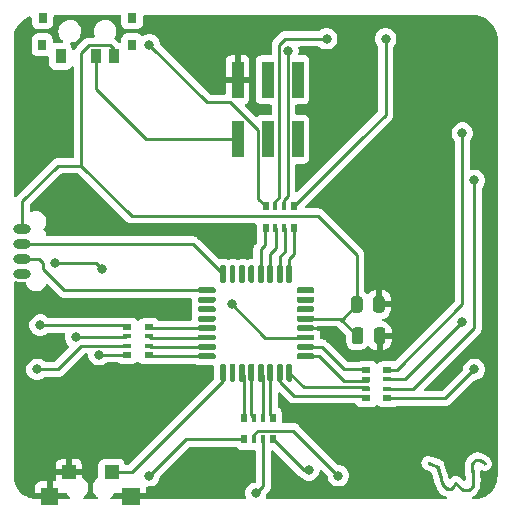
<source format=gbr>
%TF.GenerationSoftware,KiCad,Pcbnew,(5.99.0-2031-g4c5f3cb5b)*%
%TF.CreationDate,2020-06-28T22:12:08-05:00*%
%TF.ProjectId,InfinityMirrorSquare,496e6669-6e69-4747-994d-6972726f7253,rev?*%
%TF.SameCoordinates,Original*%
%TF.FileFunction,Copper,L2,Bot*%
%TF.FilePolarity,Positive*%
%FSLAX46Y46*%
G04 Gerber Fmt 4.6, Leading zero omitted, Abs format (unit mm)*
G04 Created by KiCad (PCBNEW (5.99.0-2031-g4c5f3cb5b)) date 2020-06-28 22:12:08*
%MOMM*%
%LPD*%
G01*
G04 APERTURE LIST*
%TA.AperFunction,EtchedComponent*%
%ADD10C,0.010000*%
%TD*%
%TA.AperFunction,SMDPad,CuDef*%
%ADD11R,1.000000X3.150000*%
%TD*%
%TA.AperFunction,SMDPad,CuDef*%
%ADD12R,0.900000X1.250000*%
%TD*%
%TA.AperFunction,SMDPad,CuDef*%
%ADD13R,0.800000X0.900000*%
%TD*%
%TA.AperFunction,SMDPad,CuDef*%
%ADD14R,1.200000X1.200000*%
%TD*%
%TA.AperFunction,SMDPad,CuDef*%
%ADD15R,0.800000X0.500000*%
%TD*%
%TA.AperFunction,SMDPad,CuDef*%
%ADD16R,0.800000X0.400000*%
%TD*%
%TA.AperFunction,SMDPad,CuDef*%
%ADD17R,0.500000X0.800000*%
%TD*%
%TA.AperFunction,SMDPad,CuDef*%
%ADD18R,0.400000X0.800000*%
%TD*%
%TA.AperFunction,SMDPad,CuDef*%
%ADD19O,1.500000X0.800000*%
%TD*%
%TA.AperFunction,ViaPad*%
%ADD20C,0.800000*%
%TD*%
%TA.AperFunction,Conductor*%
%ADD21C,0.250000*%
%TD*%
G04 APERTURE END LIST*
%TO.C,Ref\u002A\u002A*%
G36*
X128356072Y-69546212D02*
G01*
X128502595Y-69586782D01*
X128667499Y-69669287D01*
X128820040Y-69776072D01*
X128929475Y-69889482D01*
X128967648Y-69948669D01*
X128973927Y-69997661D01*
X128926473Y-70042361D01*
X128913708Y-70051090D01*
X128861491Y-70065811D01*
X128798884Y-70035110D01*
X128703421Y-69949650D01*
X128587459Y-69847350D01*
X128439703Y-69760585D01*
X128301342Y-69742101D01*
X128156298Y-69787122D01*
X128069973Y-69834951D01*
X127989991Y-69904997D01*
X127942863Y-69997833D01*
X127924811Y-70128459D01*
X127932055Y-70311873D01*
X127960818Y-70563076D01*
X128005431Y-70977242D01*
X128021551Y-71364461D01*
X128002345Y-71681317D01*
X127947302Y-71931493D01*
X127855913Y-72118677D01*
X127727666Y-72246552D01*
X127685756Y-72273620D01*
X127590094Y-72317957D01*
X127481029Y-72333485D01*
X127323587Y-72327186D01*
X127209082Y-72314778D01*
X126996288Y-72260737D01*
X126812966Y-72157866D01*
X126628458Y-71991355D01*
X126458489Y-71814467D01*
X126307431Y-71990944D01*
X126253741Y-72047924D01*
X126081426Y-72174646D01*
X125897621Y-72241191D01*
X125723931Y-72238398D01*
X125672365Y-72222591D01*
X125542515Y-72151190D01*
X125424827Y-72032475D01*
X125315154Y-71859062D01*
X125209349Y-71623568D01*
X125103263Y-71318610D01*
X124992749Y-70936804D01*
X124976210Y-70876288D01*
X124917447Y-70672637D01*
X124863474Y-70501746D01*
X124819685Y-70380037D01*
X124791473Y-70323933D01*
X124780730Y-70315783D01*
X124700704Y-70273866D01*
X124569737Y-70216840D01*
X124410113Y-70154600D01*
X124360730Y-70136021D01*
X124182714Y-70059634D01*
X124080260Y-69994145D01*
X124047323Y-69934474D01*
X124077855Y-69875545D01*
X124098999Y-69866227D01*
X124184002Y-69873703D01*
X124332433Y-69915972D01*
X124550435Y-69994582D01*
X124978584Y-70158050D01*
X125057754Y-70433442D01*
X125068667Y-70471471D01*
X125122317Y-70659557D01*
X125184550Y-70879010D01*
X125244015Y-71089834D01*
X125302636Y-71291574D01*
X125373918Y-71509221D01*
X125441066Y-71673458D01*
X125511347Y-71801415D01*
X125592029Y-71910223D01*
X125686369Y-71994837D01*
X125825716Y-72039020D01*
X125973087Y-72003226D01*
X126123131Y-71889127D01*
X126270495Y-71698393D01*
X126302818Y-71651096D01*
X126376245Y-71567452D01*
X126431888Y-71534334D01*
X126433859Y-71534453D01*
X126490934Y-71568178D01*
X126581108Y-71650241D01*
X126685776Y-71763825D01*
X126740656Y-71824818D01*
X126954281Y-72002890D01*
X127182110Y-72100096D01*
X127429984Y-72119227D01*
X127502822Y-72111004D01*
X127616398Y-72071274D01*
X127702268Y-71986397D01*
X127723775Y-71955512D01*
X127753820Y-71895610D01*
X127773305Y-71817664D01*
X127784387Y-71705025D01*
X127789221Y-71541042D01*
X127789962Y-71309064D01*
X127787394Y-71087886D01*
X127779873Y-70815106D01*
X127768682Y-70557176D01*
X127755088Y-70349000D01*
X127744287Y-70210454D01*
X127737740Y-70061906D01*
X127744213Y-69961161D01*
X127765704Y-69886560D01*
X127804211Y-69816445D01*
X127811592Y-69805243D01*
X127947524Y-69671441D01*
X128130587Y-69579101D01*
X128329026Y-69544667D01*
X128356072Y-69546212D01*
G37*
D10*
X128356072Y-69546212D02*
X128502595Y-69586782D01*
X128667499Y-69669287D01*
X128820040Y-69776072D01*
X128929475Y-69889482D01*
X128967648Y-69948669D01*
X128973927Y-69997661D01*
X128926473Y-70042361D01*
X128913708Y-70051090D01*
X128861491Y-70065811D01*
X128798884Y-70035110D01*
X128703421Y-69949650D01*
X128587459Y-69847350D01*
X128439703Y-69760585D01*
X128301342Y-69742101D01*
X128156298Y-69787122D01*
X128069973Y-69834951D01*
X127989991Y-69904997D01*
X127942863Y-69997833D01*
X127924811Y-70128459D01*
X127932055Y-70311873D01*
X127960818Y-70563076D01*
X128005431Y-70977242D01*
X128021551Y-71364461D01*
X128002345Y-71681317D01*
X127947302Y-71931493D01*
X127855913Y-72118677D01*
X127727666Y-72246552D01*
X127685756Y-72273620D01*
X127590094Y-72317957D01*
X127481029Y-72333485D01*
X127323587Y-72327186D01*
X127209082Y-72314778D01*
X126996288Y-72260737D01*
X126812966Y-72157866D01*
X126628458Y-71991355D01*
X126458489Y-71814467D01*
X126307431Y-71990944D01*
X126253741Y-72047924D01*
X126081426Y-72174646D01*
X125897621Y-72241191D01*
X125723931Y-72238398D01*
X125672365Y-72222591D01*
X125542515Y-72151190D01*
X125424827Y-72032475D01*
X125315154Y-71859062D01*
X125209349Y-71623568D01*
X125103263Y-71318610D01*
X124992749Y-70936804D01*
X124976210Y-70876288D01*
X124917447Y-70672637D01*
X124863474Y-70501746D01*
X124819685Y-70380037D01*
X124791473Y-70323933D01*
X124780730Y-70315783D01*
X124700704Y-70273866D01*
X124569737Y-70216840D01*
X124410113Y-70154600D01*
X124360730Y-70136021D01*
X124182714Y-70059634D01*
X124080260Y-69994145D01*
X124047323Y-69934474D01*
X124077855Y-69875545D01*
X124098999Y-69866227D01*
X124184002Y-69873703D01*
X124332433Y-69915972D01*
X124550435Y-69994582D01*
X124978584Y-70158050D01*
X125057754Y-70433442D01*
X125068667Y-70471471D01*
X125122317Y-70659557D01*
X125184550Y-70879010D01*
X125244015Y-71089834D01*
X125302636Y-71291574D01*
X125373918Y-71509221D01*
X125441066Y-71673458D01*
X125511347Y-71801415D01*
X125592029Y-71910223D01*
X125686369Y-71994837D01*
X125825716Y-72039020D01*
X125973087Y-72003226D01*
X126123131Y-71889127D01*
X126270495Y-71698393D01*
X126302818Y-71651096D01*
X126376245Y-71567452D01*
X126431888Y-71534334D01*
X126433859Y-71534453D01*
X126490934Y-71568178D01*
X126581108Y-71650241D01*
X126685776Y-71763825D01*
X126740656Y-71824818D01*
X126954281Y-72002890D01*
X127182110Y-72100096D01*
X127429984Y-72119227D01*
X127502822Y-72111004D01*
X127616398Y-72071274D01*
X127702268Y-71986397D01*
X127723775Y-71955512D01*
X127753820Y-71895610D01*
X127773305Y-71817664D01*
X127784387Y-71705025D01*
X127789221Y-71541042D01*
X127789962Y-71309064D01*
X127787394Y-71087886D01*
X127779873Y-70815106D01*
X127768682Y-70557176D01*
X127755088Y-70349000D01*
X127744287Y-70210454D01*
X127737740Y-70061906D01*
X127744213Y-69961161D01*
X127765704Y-69886560D01*
X127804211Y-69816445D01*
X127811592Y-69805243D01*
X127947524Y-69671441D01*
X128130587Y-69579101D01*
X128329026Y-69544667D01*
X128356072Y-69546212D01*
%TD*%
D11*
%TO.P,J1,6,Pin_6*%
%TO.N,Net-(J1-Pad6)*%
X113040000Y-42525000D03*
%TO.P,J1,5,Pin_5*%
%TO.N,Net-(J1-Pad5)*%
X113040000Y-37475000D03*
%TO.P,J1,4,Pin_4*%
%TO.N,Net-(J1-Pad4)*%
X110500000Y-42525000D03*
%TO.P,J1,3,Pin_3*%
%TO.N,Net-(J1-Pad3)*%
X110500000Y-37475000D03*
%TO.P,J1,2,Pin_2*%
%TO.N,Net-(J1-Pad2)*%
X107960000Y-42525000D03*
%TO.P,J1,1,Pin_1*%
%TO.N,VSS*%
X107960000Y-37475000D03*
%TD*%
%TO.P,U1,32,PB8*%
%TO.N,N_B2*%
%TA.AperFunction,SMDPad,CuDef*%
G36*
G01*
X112587500Y-53300000D02*
X112587500Y-54550000D01*
G75*
G02*
X112462500Y-54675000I-125000J0D01*
G01*
X112212500Y-54675000D01*
G75*
G02*
X112087500Y-54550000I0J125000D01*
G01*
X112087500Y-53300000D01*
G75*
G02*
X112212500Y-53175000I125000J0D01*
G01*
X112462500Y-53175000D01*
G75*
G02*
X112587500Y-53300000I0J-125000D01*
G01*
G37*
%TD.AperFunction*%
%TO.P,U1,31,PB7*%
%TO.N,N_B1*%
%TA.AperFunction,SMDPad,CuDef*%
G36*
G01*
X111787500Y-53300000D02*
X111787500Y-54550000D01*
G75*
G02*
X111662500Y-54675000I-125000J0D01*
G01*
X111412500Y-54675000D01*
G75*
G02*
X111287500Y-54550000I0J125000D01*
G01*
X111287500Y-53300000D01*
G75*
G02*
X111412500Y-53175000I125000J0D01*
G01*
X111662500Y-53175000D01*
G75*
G02*
X111787500Y-53300000I0J-125000D01*
G01*
G37*
%TD.AperFunction*%
%TO.P,U1,30,PB6*%
%TO.N,N_R2*%
%TA.AperFunction,SMDPad,CuDef*%
G36*
G01*
X110987500Y-53300000D02*
X110987500Y-54550000D01*
G75*
G02*
X110862500Y-54675000I-125000J0D01*
G01*
X110612500Y-54675000D01*
G75*
G02*
X110487500Y-54550000I0J125000D01*
G01*
X110487500Y-53300000D01*
G75*
G02*
X110612500Y-53175000I125000J0D01*
G01*
X110862500Y-53175000D01*
G75*
G02*
X110987500Y-53300000I0J-125000D01*
G01*
G37*
%TD.AperFunction*%
%TO.P,U1,29,PB5*%
%TO.N,N_R1*%
%TA.AperFunction,SMDPad,CuDef*%
G36*
G01*
X110187500Y-53300000D02*
X110187500Y-54550000D01*
G75*
G02*
X110062500Y-54675000I-125000J0D01*
G01*
X109812500Y-54675000D01*
G75*
G02*
X109687500Y-54550000I0J125000D01*
G01*
X109687500Y-53300000D01*
G75*
G02*
X109812500Y-53175000I125000J0D01*
G01*
X110062500Y-53175000D01*
G75*
G02*
X110187500Y-53300000I0J-125000D01*
G01*
G37*
%TD.AperFunction*%
%TO.P,U1,28,PB4*%
%TO.N,Net-(U1-Pad28)*%
%TA.AperFunction,SMDPad,CuDef*%
G36*
G01*
X109387500Y-53300000D02*
X109387500Y-54550000D01*
G75*
G02*
X109262500Y-54675000I-125000J0D01*
G01*
X109012500Y-54675000D01*
G75*
G02*
X108887500Y-54550000I0J125000D01*
G01*
X108887500Y-53300000D01*
G75*
G02*
X109012500Y-53175000I125000J0D01*
G01*
X109262500Y-53175000D01*
G75*
G02*
X109387500Y-53300000I0J-125000D01*
G01*
G37*
%TD.AperFunction*%
%TO.P,U1,27,PB3*%
%TO.N,Net-(U1-Pad27)*%
%TA.AperFunction,SMDPad,CuDef*%
G36*
G01*
X108587500Y-53300000D02*
X108587500Y-54550000D01*
G75*
G02*
X108462500Y-54675000I-125000J0D01*
G01*
X108212500Y-54675000D01*
G75*
G02*
X108087500Y-54550000I0J125000D01*
G01*
X108087500Y-53300000D01*
G75*
G02*
X108212500Y-53175000I125000J0D01*
G01*
X108462500Y-53175000D01*
G75*
G02*
X108587500Y-53300000I0J-125000D01*
G01*
G37*
%TD.AperFunction*%
%TO.P,U1,26,PA15*%
%TO.N,Net-(U1-Pad26)*%
%TA.AperFunction,SMDPad,CuDef*%
G36*
G01*
X107787500Y-53300000D02*
X107787500Y-54550000D01*
G75*
G02*
X107662500Y-54675000I-125000J0D01*
G01*
X107412500Y-54675000D01*
G75*
G02*
X107287500Y-54550000I0J125000D01*
G01*
X107287500Y-53300000D01*
G75*
G02*
X107412500Y-53175000I125000J0D01*
G01*
X107662500Y-53175000D01*
G75*
G02*
X107787500Y-53300000I0J-125000D01*
G01*
G37*
%TD.AperFunction*%
%TO.P,U1,25,BOOT0*%
%TO.N,SWCLK*%
%TA.AperFunction,SMDPad,CuDef*%
G36*
G01*
X106987500Y-53300000D02*
X106987500Y-54550000D01*
G75*
G02*
X106862500Y-54675000I-125000J0D01*
G01*
X106612500Y-54675000D01*
G75*
G02*
X106487500Y-54550000I0J125000D01*
G01*
X106487500Y-53300000D01*
G75*
G02*
X106612500Y-53175000I125000J0D01*
G01*
X106862500Y-53175000D01*
G75*
G02*
X106987500Y-53300000I0J-125000D01*
G01*
G37*
%TD.AperFunction*%
%TO.P,U1,24,PA13*%
%TO.N,SWDIO*%
%TA.AperFunction,SMDPad,CuDef*%
G36*
G01*
X106112500Y-55175000D02*
X106112500Y-55425000D01*
G75*
G02*
X105987500Y-55550000I-125000J0D01*
G01*
X104737500Y-55550000D01*
G75*
G02*
X104612500Y-55425000I0J125000D01*
G01*
X104612500Y-55175000D01*
G75*
G02*
X104737500Y-55050000I125000J0D01*
G01*
X105987500Y-55050000D01*
G75*
G02*
X106112500Y-55175000I0J-125000D01*
G01*
G37*
%TD.AperFunction*%
%TO.P,U1,23,PA10*%
%TO.N,Net-(U1-Pad23)*%
%TA.AperFunction,SMDPad,CuDef*%
G36*
G01*
X106112500Y-55975000D02*
X106112500Y-56225000D01*
G75*
G02*
X105987500Y-56350000I-125000J0D01*
G01*
X104737500Y-56350000D01*
G75*
G02*
X104612500Y-56225000I0J125000D01*
G01*
X104612500Y-55975000D01*
G75*
G02*
X104737500Y-55850000I125000J0D01*
G01*
X105987500Y-55850000D01*
G75*
G02*
X106112500Y-55975000I0J-125000D01*
G01*
G37*
%TD.AperFunction*%
%TO.P,U1,22,PA9*%
%TO.N,Net-(U1-Pad22)*%
%TA.AperFunction,SMDPad,CuDef*%
G36*
G01*
X106112500Y-56775000D02*
X106112500Y-57025000D01*
G75*
G02*
X105987500Y-57150000I-125000J0D01*
G01*
X104737500Y-57150000D01*
G75*
G02*
X104612500Y-57025000I0J125000D01*
G01*
X104612500Y-56775000D01*
G75*
G02*
X104737500Y-56650000I125000J0D01*
G01*
X105987500Y-56650000D01*
G75*
G02*
X106112500Y-56775000I0J-125000D01*
G01*
G37*
%TD.AperFunction*%
%TO.P,U1,21,PA10*%
%TO.N,Net-(U1-Pad21)*%
%TA.AperFunction,SMDPad,CuDef*%
G36*
G01*
X106112500Y-57575000D02*
X106112500Y-57825000D01*
G75*
G02*
X105987500Y-57950000I-125000J0D01*
G01*
X104737500Y-57950000D01*
G75*
G02*
X104612500Y-57825000I0J125000D01*
G01*
X104612500Y-57575000D01*
G75*
G02*
X104737500Y-57450000I125000J0D01*
G01*
X105987500Y-57450000D01*
G75*
G02*
X106112500Y-57575000I0J-125000D01*
G01*
G37*
%TD.AperFunction*%
%TO.P,U1,20,PC6*%
%TO.N,E_B2*%
%TA.AperFunction,SMDPad,CuDef*%
G36*
G01*
X106112500Y-58375000D02*
X106112500Y-58625000D01*
G75*
G02*
X105987500Y-58750000I-125000J0D01*
G01*
X104737500Y-58750000D01*
G75*
G02*
X104612500Y-58625000I0J125000D01*
G01*
X104612500Y-58375000D01*
G75*
G02*
X104737500Y-58250000I125000J0D01*
G01*
X105987500Y-58250000D01*
G75*
G02*
X106112500Y-58375000I0J-125000D01*
G01*
G37*
%TD.AperFunction*%
%TO.P,U1,19,PA9*%
%TO.N,E_B1*%
%TA.AperFunction,SMDPad,CuDef*%
G36*
G01*
X106112500Y-59175000D02*
X106112500Y-59425000D01*
G75*
G02*
X105987500Y-59550000I-125000J0D01*
G01*
X104737500Y-59550000D01*
G75*
G02*
X104612500Y-59425000I0J125000D01*
G01*
X104612500Y-59175000D01*
G75*
G02*
X104737500Y-59050000I125000J0D01*
G01*
X105987500Y-59050000D01*
G75*
G02*
X106112500Y-59175000I0J-125000D01*
G01*
G37*
%TD.AperFunction*%
%TO.P,U1,18,PA8*%
%TO.N,E_R2*%
%TA.AperFunction,SMDPad,CuDef*%
G36*
G01*
X106112500Y-59975000D02*
X106112500Y-60225000D01*
G75*
G02*
X105987500Y-60350000I-125000J0D01*
G01*
X104737500Y-60350000D01*
G75*
G02*
X104612500Y-60225000I0J125000D01*
G01*
X104612500Y-59975000D01*
G75*
G02*
X104737500Y-59850000I125000J0D01*
G01*
X105987500Y-59850000D01*
G75*
G02*
X106112500Y-59975000I0J-125000D01*
G01*
G37*
%TD.AperFunction*%
%TO.P,U1,17,PB2*%
%TO.N,E_R1*%
%TA.AperFunction,SMDPad,CuDef*%
G36*
G01*
X106112500Y-60775000D02*
X106112500Y-61025000D01*
G75*
G02*
X105987500Y-61150000I-125000J0D01*
G01*
X104737500Y-61150000D01*
G75*
G02*
X104612500Y-61025000I0J125000D01*
G01*
X104612500Y-60775000D01*
G75*
G02*
X104737500Y-60650000I125000J0D01*
G01*
X105987500Y-60650000D01*
G75*
G02*
X106112500Y-60775000I0J-125000D01*
G01*
G37*
%TD.AperFunction*%
%TO.P,U1,16,PB1*%
%TO.N,Button*%
%TA.AperFunction,SMDPad,CuDef*%
G36*
G01*
X106987500Y-61650000D02*
X106987500Y-62900000D01*
G75*
G02*
X106862500Y-63025000I-125000J0D01*
G01*
X106612500Y-63025000D01*
G75*
G02*
X106487500Y-62900000I0J125000D01*
G01*
X106487500Y-61650000D01*
G75*
G02*
X106612500Y-61525000I125000J0D01*
G01*
X106862500Y-61525000D01*
G75*
G02*
X106987500Y-61650000I0J-125000D01*
G01*
G37*
%TD.AperFunction*%
%TO.P,U1,15,BP0*%
%TO.N,Net-(U1-Pad15)*%
%TA.AperFunction,SMDPad,CuDef*%
G36*
G01*
X107787500Y-61650000D02*
X107787500Y-62900000D01*
G75*
G02*
X107662500Y-63025000I-125000J0D01*
G01*
X107412500Y-63025000D01*
G75*
G02*
X107287500Y-62900000I0J125000D01*
G01*
X107287500Y-61650000D01*
G75*
G02*
X107412500Y-61525000I125000J0D01*
G01*
X107662500Y-61525000D01*
G75*
G02*
X107787500Y-61650000I0J-125000D01*
G01*
G37*
%TD.AperFunction*%
%TO.P,U1,14,PA7*%
%TO.N,S_B2*%
%TA.AperFunction,SMDPad,CuDef*%
G36*
G01*
X108587500Y-61650000D02*
X108587500Y-62900000D01*
G75*
G02*
X108462500Y-63025000I-125000J0D01*
G01*
X108212500Y-63025000D01*
G75*
G02*
X108087500Y-62900000I0J125000D01*
G01*
X108087500Y-61650000D01*
G75*
G02*
X108212500Y-61525000I125000J0D01*
G01*
X108462500Y-61525000D01*
G75*
G02*
X108587500Y-61650000I0J-125000D01*
G01*
G37*
%TD.AperFunction*%
%TO.P,U1,13,PA6*%
%TO.N,S_B1*%
%TA.AperFunction,SMDPad,CuDef*%
G36*
G01*
X109387500Y-61650000D02*
X109387500Y-62900000D01*
G75*
G02*
X109262500Y-63025000I-125000J0D01*
G01*
X109012500Y-63025000D01*
G75*
G02*
X108887500Y-62900000I0J125000D01*
G01*
X108887500Y-61650000D01*
G75*
G02*
X109012500Y-61525000I125000J0D01*
G01*
X109262500Y-61525000D01*
G75*
G02*
X109387500Y-61650000I0J-125000D01*
G01*
G37*
%TD.AperFunction*%
%TO.P,U1,12,PA5*%
%TO.N,S_R2*%
%TA.AperFunction,SMDPad,CuDef*%
G36*
G01*
X110187500Y-61650000D02*
X110187500Y-62900000D01*
G75*
G02*
X110062500Y-63025000I-125000J0D01*
G01*
X109812500Y-63025000D01*
G75*
G02*
X109687500Y-62900000I0J125000D01*
G01*
X109687500Y-61650000D01*
G75*
G02*
X109812500Y-61525000I125000J0D01*
G01*
X110062500Y-61525000D01*
G75*
G02*
X110187500Y-61650000I0J-125000D01*
G01*
G37*
%TD.AperFunction*%
%TO.P,U1,11,PA4*%
%TO.N,S_R1*%
%TA.AperFunction,SMDPad,CuDef*%
G36*
G01*
X110987500Y-61650000D02*
X110987500Y-62900000D01*
G75*
G02*
X110862500Y-63025000I-125000J0D01*
G01*
X110612500Y-63025000D01*
G75*
G02*
X110487500Y-62900000I0J125000D01*
G01*
X110487500Y-61650000D01*
G75*
G02*
X110612500Y-61525000I125000J0D01*
G01*
X110862500Y-61525000D01*
G75*
G02*
X110987500Y-61650000I0J-125000D01*
G01*
G37*
%TD.AperFunction*%
%TO.P,U1,10,PA3*%
%TO.N,W_B2*%
%TA.AperFunction,SMDPad,CuDef*%
G36*
G01*
X111787500Y-61650000D02*
X111787500Y-62900000D01*
G75*
G02*
X111662500Y-63025000I-125000J0D01*
G01*
X111412500Y-63025000D01*
G75*
G02*
X111287500Y-62900000I0J125000D01*
G01*
X111287500Y-61650000D01*
G75*
G02*
X111412500Y-61525000I125000J0D01*
G01*
X111662500Y-61525000D01*
G75*
G02*
X111787500Y-61650000I0J-125000D01*
G01*
G37*
%TD.AperFunction*%
%TO.P,U1,9,PA2*%
%TO.N,W_B1*%
%TA.AperFunction,SMDPad,CuDef*%
G36*
G01*
X112587500Y-61650000D02*
X112587500Y-62900000D01*
G75*
G02*
X112462500Y-63025000I-125000J0D01*
G01*
X112212500Y-63025000D01*
G75*
G02*
X112087500Y-62900000I0J125000D01*
G01*
X112087500Y-61650000D01*
G75*
G02*
X112212500Y-61525000I125000J0D01*
G01*
X112462500Y-61525000D01*
G75*
G02*
X112587500Y-61650000I0J-125000D01*
G01*
G37*
%TD.AperFunction*%
%TO.P,U1,8,PA1*%
%TO.N,W_R2*%
%TA.AperFunction,SMDPad,CuDef*%
G36*
G01*
X114462500Y-60775000D02*
X114462500Y-61025000D01*
G75*
G02*
X114337500Y-61150000I-125000J0D01*
G01*
X113087500Y-61150000D01*
G75*
G02*
X112962500Y-61025000I0J125000D01*
G01*
X112962500Y-60775000D01*
G75*
G02*
X113087500Y-60650000I125000J0D01*
G01*
X114337500Y-60650000D01*
G75*
G02*
X114462500Y-60775000I0J-125000D01*
G01*
G37*
%TD.AperFunction*%
%TO.P,U1,7,PA0*%
%TO.N,W_R1*%
%TA.AperFunction,SMDPad,CuDef*%
G36*
G01*
X114462500Y-59975000D02*
X114462500Y-60225000D01*
G75*
G02*
X114337500Y-60350000I-125000J0D01*
G01*
X113087500Y-60350000D01*
G75*
G02*
X112962500Y-60225000I0J125000D01*
G01*
X112962500Y-59975000D01*
G75*
G02*
X113087500Y-59850000I125000J0D01*
G01*
X114337500Y-59850000D01*
G75*
G02*
X114462500Y-59975000I0J-125000D01*
G01*
G37*
%TD.AperFunction*%
%TO.P,U1,6,NRST*%
%TO.N,NRST*%
%TA.AperFunction,SMDPad,CuDef*%
G36*
G01*
X114462500Y-59175000D02*
X114462500Y-59425000D01*
G75*
G02*
X114337500Y-59550000I-125000J0D01*
G01*
X113087500Y-59550000D01*
G75*
G02*
X112962500Y-59425000I0J125000D01*
G01*
X112962500Y-59175000D01*
G75*
G02*
X113087500Y-59050000I125000J0D01*
G01*
X114337500Y-59050000D01*
G75*
G02*
X114462500Y-59175000I0J-125000D01*
G01*
G37*
%TD.AperFunction*%
%TO.P,U1,5,VSS*%
%TO.N,VSS*%
%TA.AperFunction,SMDPad,CuDef*%
G36*
G01*
X114462500Y-58375000D02*
X114462500Y-58625000D01*
G75*
G02*
X114337500Y-58750000I-125000J0D01*
G01*
X113087500Y-58750000D01*
G75*
G02*
X112962500Y-58625000I0J125000D01*
G01*
X112962500Y-58375000D01*
G75*
G02*
X113087500Y-58250000I125000J0D01*
G01*
X114337500Y-58250000D01*
G75*
G02*
X114462500Y-58375000I0J-125000D01*
G01*
G37*
%TD.AperFunction*%
%TO.P,U1,4,VDD*%
%TO.N,VCC*%
%TA.AperFunction,SMDPad,CuDef*%
G36*
G01*
X114462500Y-57575000D02*
X114462500Y-57825000D01*
G75*
G02*
X114337500Y-57950000I-125000J0D01*
G01*
X113087500Y-57950000D01*
G75*
G02*
X112962500Y-57825000I0J125000D01*
G01*
X112962500Y-57575000D01*
G75*
G02*
X113087500Y-57450000I125000J0D01*
G01*
X114337500Y-57450000D01*
G75*
G02*
X114462500Y-57575000I0J-125000D01*
G01*
G37*
%TD.AperFunction*%
%TO.P,U1,3,OSC32_out*%
%TO.N,Net-(U1-Pad3)*%
%TA.AperFunction,SMDPad,CuDef*%
G36*
G01*
X114462500Y-56775000D02*
X114462500Y-57025000D01*
G75*
G02*
X114337500Y-57150000I-125000J0D01*
G01*
X113087500Y-57150000D01*
G75*
G02*
X112962500Y-57025000I0J125000D01*
G01*
X112962500Y-56775000D01*
G75*
G02*
X113087500Y-56650000I125000J0D01*
G01*
X114337500Y-56650000D01*
G75*
G02*
X114462500Y-56775000I0J-125000D01*
G01*
G37*
%TD.AperFunction*%
%TO.P,U1,2,OSC32_in*%
%TO.N,Net-(U1-Pad2)*%
%TA.AperFunction,SMDPad,CuDef*%
G36*
G01*
X114462500Y-55975000D02*
X114462500Y-56225000D01*
G75*
G02*
X114337500Y-56350000I-125000J0D01*
G01*
X113087500Y-56350000D01*
G75*
G02*
X112962500Y-56225000I0J125000D01*
G01*
X112962500Y-55975000D01*
G75*
G02*
X113087500Y-55850000I125000J0D01*
G01*
X114337500Y-55850000D01*
G75*
G02*
X114462500Y-55975000I0J-125000D01*
G01*
G37*
%TD.AperFunction*%
%TO.P,U1,1,PB9*%
%TO.N,Net-(U1-Pad1)*%
%TA.AperFunction,SMDPad,CuDef*%
G36*
G01*
X114462500Y-55175000D02*
X114462500Y-55425000D01*
G75*
G02*
X114337500Y-55550000I-125000J0D01*
G01*
X113087500Y-55550000D01*
G75*
G02*
X112962500Y-55425000I0J125000D01*
G01*
X112962500Y-55175000D01*
G75*
G02*
X113087500Y-55050000I125000J0D01*
G01*
X114337500Y-55050000D01*
G75*
G02*
X114462500Y-55175000I0J-125000D01*
G01*
G37*
%TD.AperFunction*%
%TD*%
D12*
%TO.P,SW2,3,C*%
%TO.N,Net-(SW2-Pad3)*%
X93000000Y-35500000D03*
%TO.P,SW2,2,B*%
%TO.N,Net-(J1-Pad2)*%
X96000000Y-35500000D03*
%TO.P,SW2,1,A*%
%TO.N,VCC*%
X97500000Y-35500000D03*
D13*
%TO.P,SW2,4*%
%TO.N,N/C*%
X99050000Y-34525000D03*
X91440000Y-34525000D03*
X91450000Y-32225000D03*
X99050000Y-32225000D03*
%TD*%
%TA.AperFunction,SMDPad,CuDef*%
%TO.P,SW1,*%
%TO.N,VSS*%
G36*
X99700000Y-73500000D02*
G01*
X98200000Y-73500000D01*
X98200000Y-72000000D01*
X99700000Y-72000000D01*
X99700000Y-73500000D01*
G37*
%TD.AperFunction*%
%TA.AperFunction,SMDPad,CuDef*%
G36*
X92800000Y-73500000D02*
G01*
X91300000Y-73500000D01*
X91300000Y-72000000D01*
X92800000Y-72000000D01*
X92800000Y-73500000D01*
G37*
%TD.AperFunction*%
D14*
%TO.P,SW1,2,2*%
%TO.N,Button*%
X97300000Y-70700000D03*
%TO.P,SW1,1,1*%
%TO.N,VSS*%
X93700000Y-70700000D03*
%TD*%
D15*
%TO.P,RN4,5,R4.2*%
%TO.N,Net-(D13-Pad2)*%
X120650000Y-62050000D03*
D16*
%TO.P,RN4,6,R3.2*%
%TO.N,Net-(D14-Pad2)*%
X120650000Y-62850000D03*
D15*
%TO.P,RN4,8,R1.2*%
%TO.N,Net-(D16-Pad2)*%
X120650000Y-64450000D03*
D16*
%TO.P,RN4,7,R2.2*%
%TO.N,Net-(D15-Pad2)*%
X120650000Y-63650000D03*
D15*
%TO.P,RN4,4,R4.1*%
%TO.N,W_R1*%
X118850000Y-62050000D03*
D16*
%TO.P,RN4,2,R2.1*%
%TO.N,W_B1*%
X118850000Y-63650000D03*
%TO.P,RN4,3,R3.1*%
%TO.N,W_R2*%
X118850000Y-62850000D03*
D15*
%TO.P,RN4,1,R1.1*%
%TO.N,W_B2*%
X118850000Y-64450000D03*
%TD*%
D17*
%TO.P,RN3,5,R4.2*%
%TO.N,Net-(D9-Pad2)*%
X110950000Y-67900000D03*
D18*
%TO.P,RN3,6,R3.2*%
%TO.N,Net-(D10-Pad2)*%
X110150000Y-67900000D03*
D17*
%TO.P,RN3,8,R1.2*%
%TO.N,Net-(D12-Pad2)*%
X108550000Y-67900000D03*
D18*
%TO.P,RN3,7,R2.2*%
%TO.N,Net-(D11-Pad2)*%
X109350000Y-67900000D03*
D17*
%TO.P,RN3,4,R4.1*%
%TO.N,S_R1*%
X110950000Y-66100000D03*
D18*
%TO.P,RN3,2,R2.1*%
%TO.N,S_B1*%
X109350000Y-66100000D03*
%TO.P,RN3,3,R3.1*%
%TO.N,S_R2*%
X110150000Y-66100000D03*
D17*
%TO.P,RN3,1,R1.1*%
%TO.N,S_B2*%
X108550000Y-66100000D03*
%TD*%
D15*
%TO.P,RN2,5,R4.2*%
%TO.N,Net-(D5-Pad2)*%
X98637500Y-60800000D03*
D16*
%TO.P,RN2,6,R3.2*%
%TO.N,Net-(D6-Pad2)*%
X98637500Y-60000000D03*
D15*
%TO.P,RN2,8,R1.2*%
%TO.N,Net-(D8-Pad2)*%
X98637500Y-58400000D03*
D16*
%TO.P,RN2,7,R2.2*%
%TO.N,Net-(D7-Pad2)*%
X98637500Y-59200000D03*
D15*
%TO.P,RN2,4,R4.1*%
%TO.N,E_R1*%
X100437500Y-60800000D03*
D16*
%TO.P,RN2,2,R2.1*%
%TO.N,E_B1*%
X100437500Y-59200000D03*
%TO.P,RN2,3,R3.1*%
%TO.N,E_R2*%
X100437500Y-60000000D03*
D15*
%TO.P,RN2,1,R1.1*%
%TO.N,E_B2*%
X100437500Y-58400000D03*
%TD*%
D17*
%TO.P,RN1,5,R4.2*%
%TO.N,Net-(D1-Pad2)*%
X110337500Y-48200000D03*
D18*
%TO.P,RN1,6,R3.2*%
%TO.N,Net-(D2-Pad2)*%
X111137500Y-48200000D03*
D17*
%TO.P,RN1,8,R1.2*%
%TO.N,Net-(D4-Pad2)*%
X112737500Y-48200000D03*
D18*
%TO.P,RN1,7,R2.2*%
%TO.N,Net-(D3-Pad2)*%
X111937500Y-48200000D03*
D17*
%TO.P,RN1,4,R4.1*%
%TO.N,N_R1*%
X110337500Y-50000000D03*
D18*
%TO.P,RN1,2,R2.1*%
%TO.N,N_B1*%
X111937500Y-50000000D03*
%TO.P,RN1,3,R3.1*%
%TO.N,N_R2*%
X111137500Y-50000000D03*
D17*
%TO.P,RN1,1,R1.1*%
%TO.N,N_B2*%
X112737500Y-50000000D03*
%TD*%
D19*
%TO.P,J2,8,Pin_8*%
%TO.N,Net-(J2-Pad8)*%
X89750000Y-53905000D03*
%TO.P,J2,7,Pin_7*%
%TO.N,SWDIO*%
X89750000Y-52635000D03*
%TO.P,J2,6,Pin_6*%
%TO.N,SWCLK*%
X89750000Y-51365000D03*
%TO.P,J2,5,Pin_5*%
%TO.N,VCC*%
X89750000Y-50095000D03*
%TD*%
%TO.P,C2,2*%
%TO.N,VCC*%
%TA.AperFunction,SMDPad,CuDef*%
G36*
G01*
X118612500Y-58693750D02*
X118612500Y-59606250D01*
G75*
G02*
X118368750Y-59850000I-243750J0D01*
G01*
X117881250Y-59850000D01*
G75*
G02*
X117637500Y-59606250I0J243750D01*
G01*
X117637500Y-58693750D01*
G75*
G02*
X117881250Y-58450000I243750J0D01*
G01*
X118368750Y-58450000D01*
G75*
G02*
X118612500Y-58693750I0J-243750D01*
G01*
G37*
%TD.AperFunction*%
%TO.P,C2,1*%
%TO.N,VSS*%
%TA.AperFunction,SMDPad,CuDef*%
G36*
G01*
X120487500Y-58693750D02*
X120487500Y-59606250D01*
G75*
G02*
X120243750Y-59850000I-243750J0D01*
G01*
X119756250Y-59850000D01*
G75*
G02*
X119512500Y-59606250I0J243750D01*
G01*
X119512500Y-58693750D01*
G75*
G02*
X119756250Y-58450000I243750J0D01*
G01*
X120243750Y-58450000D01*
G75*
G02*
X120487500Y-58693750I0J-243750D01*
G01*
G37*
%TD.AperFunction*%
%TD*%
%TO.P,C1,2*%
%TO.N,VCC*%
%TA.AperFunction,SMDPad,CuDef*%
G36*
G01*
X118550000Y-56043750D02*
X118550000Y-56956250D01*
G75*
G02*
X118306250Y-57200000I-243750J0D01*
G01*
X117818750Y-57200000D01*
G75*
G02*
X117575000Y-56956250I0J243750D01*
G01*
X117575000Y-56043750D01*
G75*
G02*
X117818750Y-55800000I243750J0D01*
G01*
X118306250Y-55800000D01*
G75*
G02*
X118550000Y-56043750I0J-243750D01*
G01*
G37*
%TD.AperFunction*%
%TO.P,C1,1*%
%TO.N,VSS*%
%TA.AperFunction,SMDPad,CuDef*%
G36*
G01*
X120425000Y-56043750D02*
X120425000Y-56956250D01*
G75*
G02*
X120181250Y-57200000I-243750J0D01*
G01*
X119693750Y-57200000D01*
G75*
G02*
X119450000Y-56956250I0J243750D01*
G01*
X119450000Y-56043750D01*
G75*
G02*
X119693750Y-55800000I243750J0D01*
G01*
X120181250Y-55800000D01*
G75*
G02*
X120425000Y-56043750I0J-243750D01*
G01*
G37*
%TD.AperFunction*%
%TD*%
D20*
%TO.N,VSS*%
X93000000Y-38500000D03*
X118000000Y-71500000D03*
X92000000Y-48000000D03*
X96500000Y-49000000D03*
X91000000Y-44000000D03*
%TO.N,NRST*%
X96500000Y-53500000D03*
X92500000Y-53000000D03*
X107500000Y-56500000D03*
%TO.N,Net-(D3-Pad2)*%
X112225000Y-35012653D03*
%TO.N,Net-(D4-Pad2)*%
X120500000Y-34000000D03*
%TO.N,Net-(D2-Pad2)*%
X115500000Y-34000000D03*
%TO.N,Net-(D1-Pad2)*%
X100500000Y-34500000D03*
%TO.N,Net-(D13-Pad2)*%
X127000000Y-42000000D03*
%TO.N,Net-(D14-Pad2)*%
X127000000Y-58000000D03*
%TO.N,Net-(D15-Pad2)*%
X128000000Y-46000000D03*
%TO.N,Net-(D16-Pad2)*%
X128000000Y-62000000D03*
%TO.N,Net-(D9-Pad2)*%
X114000000Y-70500000D03*
%TO.N,Net-(D11-Pad2)*%
X116500000Y-71000000D03*
%TO.N,Net-(D10-Pad2)*%
X109500000Y-72500000D03*
%TO.N,Net-(D12-Pad2)*%
X100500000Y-71000000D03*
%TO.N,Net-(D5-Pad2)*%
X96250000Y-60750000D03*
%TO.N,Net-(D7-Pad2)*%
X94250000Y-59250000D03*
%TO.N,Net-(D6-Pad2)*%
X91000000Y-62000000D03*
%TO.N,Net-(D8-Pad2)*%
X91250000Y-58250000D03*
%TD*%
D21*
%TO.N,SWCLK*%
X106737500Y-53925000D02*
X104187499Y-51374999D01*
X104187499Y-51374999D02*
X89759999Y-51374999D01*
X89759999Y-51374999D02*
X89750000Y-51365000D01*
%TO.N,SWDIO*%
X105362500Y-55300000D02*
X93300000Y-55300000D01*
X93300000Y-55300000D02*
X91530001Y-53530001D01*
X91530001Y-53530001D02*
X91530001Y-52969999D01*
X91530001Y-52969999D02*
X91195002Y-52635000D01*
X91195002Y-52635000D02*
X89750000Y-52635000D01*
%TO.N,VCC*%
X94750000Y-44750000D02*
X92750000Y-44750000D01*
X92750000Y-44750000D02*
X89750000Y-47750000D01*
X89750000Y-47750000D02*
X89750000Y-50095000D01*
%TO.N,NRST*%
X96000000Y-53000000D02*
X96500000Y-53500000D01*
X92500000Y-53000000D02*
X96000000Y-53000000D01*
%TO.N,VCC*%
X97500000Y-35500000D02*
X97500000Y-34875000D01*
X99000000Y-49000000D02*
X114750000Y-49000000D01*
X97500000Y-34875000D02*
X97174990Y-34549990D01*
X97174990Y-34549990D02*
X95415376Y-34549990D01*
X95415376Y-34549990D02*
X94750000Y-35215366D01*
X94750000Y-44750000D02*
X99000000Y-49000000D01*
X94750000Y-35215366D02*
X94750000Y-44750000D01*
X114750000Y-49000000D02*
X118062500Y-52312500D01*
X118062500Y-52312500D02*
X118062500Y-56500000D01*
%TO.N,NRST*%
X113712500Y-59300000D02*
X110300000Y-59300000D01*
X110300000Y-59300000D02*
X107500000Y-56500000D01*
%TO.N,VSS*%
X113712500Y-58500000D02*
X115500000Y-58500000D01*
%TO.N,Net-(D3-Pad2)*%
X111937500Y-48200000D02*
X111937500Y-47636410D01*
X111937500Y-47636410D02*
X112214990Y-47358920D01*
X112214990Y-47358920D02*
X112214990Y-35022663D01*
%TO.N,Net-(D4-Pad2)*%
X118437500Y-42500000D02*
X120500000Y-40437500D01*
X120500000Y-40437500D02*
X120500000Y-34000000D01*
X112737500Y-48200000D02*
X118437500Y-42500000D01*
%TO.N,Net-(D2-Pad2)*%
X111500000Y-34500000D02*
X112000000Y-34000000D01*
X111500000Y-47437500D02*
X111500000Y-36480366D01*
X111137500Y-48200000D02*
X111137500Y-47800000D01*
X111137500Y-47800000D02*
X111500000Y-47437500D01*
X112000000Y-34000000D02*
X115500000Y-34000000D01*
X111500000Y-36480366D02*
X111500000Y-34500000D01*
%TO.N,Net-(D1-Pad2)*%
X105375010Y-39375010D02*
X100500000Y-34500000D01*
X107344646Y-39375010D02*
X105375010Y-39375010D01*
X109674990Y-41705354D02*
X107344646Y-39375010D01*
X109674990Y-47537490D02*
X109674990Y-41705354D01*
X110337500Y-48200000D02*
X109674990Y-47537490D01*
%TO.N,Net-(D13-Pad2)*%
X120650000Y-62050000D02*
X121450000Y-62050000D01*
X121450000Y-62050000D02*
X127000000Y-56500000D01*
X127000000Y-56500000D02*
X127000000Y-42000000D01*
%TO.N,Net-(D14-Pad2)*%
X122150000Y-62850000D02*
X127000000Y-58000000D01*
X120650000Y-62850000D02*
X122150000Y-62850000D01*
%TO.N,Net-(D15-Pad2)*%
X120650000Y-63650000D02*
X122850000Y-63650000D01*
X122850000Y-63650000D02*
X128000000Y-58500000D01*
X128000000Y-58500000D02*
X128000000Y-46000000D01*
%TO.N,Net-(D16-Pad2)*%
X125550000Y-64450000D02*
X128000000Y-62000000D01*
X120650000Y-64450000D02*
X125550000Y-64450000D01*
%TO.N,Net-(D9-Pad2)*%
X113550000Y-70500000D02*
X114000000Y-70500000D01*
X110950000Y-67900000D02*
X113550000Y-70500000D01*
%TO.N,Net-(D11-Pad2)*%
X112674990Y-67174990D02*
X116500000Y-71000000D01*
X109675011Y-67174990D02*
X112674990Y-67174990D01*
X109350000Y-67500001D02*
X109675011Y-67174990D01*
X109350000Y-67900000D02*
X109350000Y-67500001D01*
%TO.N,Net-(D10-Pad2)*%
X110150000Y-71850000D02*
X109500000Y-72500000D01*
X110150000Y-67900000D02*
X110150000Y-71850000D01*
%TO.N,Net-(D12-Pad2)*%
X103600000Y-67900000D02*
X100500000Y-71000000D01*
X108550000Y-67900000D02*
X103600000Y-67900000D01*
%TO.N,W_B2*%
X112737490Y-64224990D02*
X118724990Y-64224990D01*
X111537500Y-63025000D02*
X112737490Y-64224990D01*
X111537500Y-62275000D02*
X111537500Y-63025000D01*
X118724990Y-64224990D02*
X119000000Y-64500000D01*
%TO.N,W_B1*%
X112337500Y-62275000D02*
X113562500Y-63500000D01*
X113562500Y-63500000D02*
X119000000Y-63500000D01*
%TO.N,W_R2*%
X114900000Y-60900000D02*
X117000000Y-63000000D01*
X113712500Y-60900000D02*
X114900000Y-60900000D01*
X117000000Y-63000000D02*
X119000000Y-63000000D01*
%TO.N,W_R1*%
X117000000Y-62000000D02*
X119000000Y-62000000D01*
X113712500Y-60100000D02*
X115100000Y-60100000D01*
X115100000Y-60100000D02*
X117000000Y-62000000D01*
%TO.N,Button*%
X97300000Y-70700000D02*
X99009634Y-70700000D01*
X99009634Y-70700000D02*
X106737500Y-62972134D01*
X106737500Y-62972134D02*
X106737500Y-62275000D01*
%TO.N,S_R1*%
X110737500Y-62275000D02*
X110737500Y-65887500D01*
X110737500Y-65887500D02*
X110950000Y-66100000D01*
%TO.N,S_R2*%
X110150000Y-66100000D02*
X110150000Y-62487500D01*
X110150000Y-62487500D02*
X109937500Y-62275000D01*
%TO.N,S_B1*%
X109137500Y-62275000D02*
X109137500Y-65887500D01*
X109137500Y-65887500D02*
X109350000Y-66100000D01*
%TO.N,S_B2*%
X108550000Y-66100000D02*
X108550000Y-62487500D01*
X108550000Y-62487500D02*
X108337500Y-62275000D01*
%TO.N,N_R1*%
X109937500Y-51812500D02*
X110250000Y-51500000D01*
X109937500Y-53925000D02*
X109937500Y-51812500D01*
X110250000Y-51500000D02*
X110250000Y-50000000D01*
%TO.N,N_R2*%
X110737500Y-52262500D02*
X111250000Y-51750000D01*
X111250000Y-51750000D02*
X111250000Y-50000000D01*
X110737500Y-53925000D02*
X110737500Y-52262500D01*
%TO.N,N_B1*%
X111537500Y-52462500D02*
X112000000Y-52000000D01*
X111537500Y-53925000D02*
X111537500Y-52462500D01*
X112000000Y-52000000D02*
X112000000Y-50000000D01*
%TO.N,N_B2*%
X112337500Y-52662500D02*
X112750000Y-52250000D01*
X112337500Y-53925000D02*
X112337500Y-52662500D01*
X112750000Y-52250000D02*
X112750000Y-50000000D01*
%TO.N,VCC*%
X116675000Y-57700000D02*
X116450000Y-57700000D01*
X116450000Y-57700000D02*
X113712500Y-57700000D01*
X118062500Y-56500000D02*
X116862500Y-57700000D01*
X116862500Y-57700000D02*
X116450000Y-57700000D01*
X118125000Y-59150000D02*
X116675000Y-57700000D01*
%TO.N,Net-(J1-Pad2)*%
X96000000Y-38250000D02*
X100250000Y-42500000D01*
X96000000Y-35500000D02*
X96000000Y-38250000D01*
X100250000Y-42500000D02*
X108000000Y-42500000D01*
%TO.N,Net-(D5-Pad2)*%
X96250000Y-60750000D02*
X98500000Y-60750000D01*
%TO.N,Net-(D7-Pad2)*%
X94250000Y-59250000D02*
X98500000Y-59250000D01*
%TO.N,Net-(D6-Pad2)*%
X91000000Y-62000000D02*
X92750000Y-62000000D01*
X92750000Y-62000000D02*
X94750000Y-60000000D01*
X94750000Y-60000000D02*
X98500000Y-60000000D01*
%TO.N,Net-(D8-Pad2)*%
X98250000Y-58250000D02*
X98500000Y-58250000D01*
X91250000Y-58250000D02*
X98250000Y-58250000D01*
%TO.N,E_R1*%
X105362500Y-60900000D02*
X100600000Y-60900000D01*
%TO.N,E_R2*%
X105362500Y-60100000D02*
X100600000Y-60100000D01*
X100600000Y-60100000D02*
X100500000Y-60000000D01*
%TO.N,E_B1*%
X105362500Y-59300000D02*
X100550000Y-59300000D01*
%TO.N,E_B2*%
X105362500Y-58500000D02*
X100500000Y-58500000D01*
%TD*%
%TO.N,VSS*%
G36*
X107843407Y-68555002D02*
G01*
X107871808Y-68580009D01*
X107968426Y-68695154D01*
X108123574Y-68784729D01*
X108300001Y-68815837D01*
X108799998Y-68815837D01*
X108911929Y-68785846D01*
X108966419Y-68783467D01*
X109150001Y-68815837D01*
X109389000Y-68815837D01*
X109457121Y-68835839D01*
X109503614Y-68889495D01*
X109515000Y-68941837D01*
X109515001Y-71464000D01*
X109494999Y-71532121D01*
X109441343Y-71578614D01*
X109389001Y-71590000D01*
X109380198Y-71590000D01*
X109148755Y-71652015D01*
X109148749Y-71652018D01*
X108941251Y-71771817D01*
X108941241Y-71771824D01*
X108771824Y-71941241D01*
X108771817Y-71941251D01*
X108652018Y-72148749D01*
X108652015Y-72148755D01*
X108590000Y-72380198D01*
X108590000Y-72619801D01*
X108647231Y-72833388D01*
X108645541Y-72904365D01*
X108605747Y-72963161D01*
X108525524Y-72992000D01*
X97310179Y-72992000D01*
X97242058Y-72971998D01*
X97195565Y-72918342D01*
X97185461Y-72848068D01*
X97231086Y-72770272D01*
X97230213Y-72769343D01*
X97233369Y-72766380D01*
X97233647Y-72765905D01*
X97234869Y-72764970D01*
X97376739Y-72631747D01*
X97474880Y-72492624D01*
X97530492Y-72448490D01*
X97601136Y-72441427D01*
X97666935Y-72476160D01*
X97686775Y-72496000D01*
X100213224Y-72496000D01*
X100213224Y-72029466D01*
X100233226Y-71961345D01*
X100286882Y-71914852D01*
X100371837Y-71907760D01*
X100380196Y-71910000D01*
X100619802Y-71910000D01*
X100851245Y-71847985D01*
X100851251Y-71847982D01*
X101058749Y-71728183D01*
X101058759Y-71728176D01*
X101228176Y-71558759D01*
X101228183Y-71558749D01*
X101347982Y-71351251D01*
X101347985Y-71351245D01*
X101410000Y-71119802D01*
X101410000Y-71040214D01*
X101446905Y-70951119D01*
X103826120Y-68571905D01*
X103915215Y-68535000D01*
X107775286Y-68535000D01*
X107843407Y-68555002D01*
G37*
G36*
X98076284Y-32028002D02*
G01*
X98122777Y-32081658D01*
X98134163Y-32134000D01*
X98134163Y-32674998D01*
X98203273Y-32932920D01*
X98318426Y-33070154D01*
X98473574Y-33159729D01*
X98650001Y-33190837D01*
X99449998Y-33190837D01*
X99707920Y-33121727D01*
X99845154Y-33006574D01*
X99934729Y-32851426D01*
X99934728Y-32851426D01*
X99965837Y-32674999D01*
X99965837Y-32134000D01*
X99985839Y-32065879D01*
X100039495Y-32019386D01*
X100091837Y-32008000D01*
X127930655Y-32008000D01*
X127957818Y-32010963D01*
X127961509Y-32011778D01*
X127961521Y-32011780D01*
X127967951Y-32012223D01*
X128240969Y-32029399D01*
X128256668Y-32031382D01*
X128486047Y-32075139D01*
X128501373Y-32079074D01*
X128723473Y-32151239D01*
X128738185Y-32157064D01*
X128949473Y-32256488D01*
X128963340Y-32264111D01*
X129160511Y-32389241D01*
X129173311Y-32398541D01*
X129353239Y-32547390D01*
X129364774Y-32558222D01*
X129524630Y-32728451D01*
X129534716Y-32740643D01*
X129671972Y-32929559D01*
X129680451Y-32942919D01*
X129792956Y-33147564D01*
X129799693Y-33161882D01*
X129885654Y-33379000D01*
X129890543Y-33394048D01*
X129948617Y-33620228D01*
X129951583Y-33635771D01*
X129982111Y-33877432D01*
X129983042Y-33889266D01*
X129987029Y-34016115D01*
X129987030Y-34016126D01*
X129990106Y-34033662D01*
X129992001Y-34055431D01*
X129992000Y-70930655D01*
X129989037Y-70957818D01*
X129988222Y-70961509D01*
X129988220Y-70961521D01*
X129987776Y-70967967D01*
X129987770Y-70968057D01*
X129970601Y-71240969D01*
X129968618Y-71256668D01*
X129924861Y-71486047D01*
X129920926Y-71501373D01*
X129848762Y-71723472D01*
X129842937Y-71738184D01*
X129743513Y-71949472D01*
X129735890Y-71963338D01*
X129610762Y-72160507D01*
X129601462Y-72173308D01*
X129452610Y-72353240D01*
X129441778Y-72364775D01*
X129271553Y-72524627D01*
X129259361Y-72534713D01*
X129070441Y-72671971D01*
X129057081Y-72680450D01*
X128852437Y-72792954D01*
X128838120Y-72799691D01*
X128621008Y-72885652D01*
X128605959Y-72890542D01*
X128379765Y-72948618D01*
X128364222Y-72951582D01*
X128122568Y-72982110D01*
X128110734Y-72983042D01*
X127983885Y-72987029D01*
X127983874Y-72987030D01*
X127966344Y-72990105D01*
X127944575Y-72992000D01*
X127939771Y-72992000D01*
X127871650Y-72971998D01*
X127825157Y-72918342D01*
X127815053Y-72848068D01*
X127844547Y-72783488D01*
X127886789Y-72751681D01*
X127903691Y-72743848D01*
X127923092Y-72731241D01*
X127940483Y-72721794D01*
X127961599Y-72712390D01*
X127961606Y-72712386D01*
X127966973Y-72708966D01*
X127967053Y-72708915D01*
X128008846Y-72681923D01*
X128043494Y-72651796D01*
X128051991Y-72645029D01*
X128089089Y-72618010D01*
X128089099Y-72618001D01*
X128093574Y-72613594D01*
X128093668Y-72613501D01*
X128221855Y-72485686D01*
X128223085Y-72484271D01*
X128228699Y-72478867D01*
X128228687Y-72478856D01*
X128234815Y-72472290D01*
X128270249Y-72421445D01*
X128272906Y-72417775D01*
X128310154Y-72368225D01*
X128314448Y-72360407D01*
X128317659Y-72353715D01*
X128318828Y-72351741D01*
X128321653Y-72346042D01*
X128321666Y-72346014D01*
X128413032Y-72158878D01*
X128429788Y-72106918D01*
X128432281Y-72099904D01*
X128452071Y-72049037D01*
X128453486Y-72042794D01*
X128508514Y-71792683D01*
X128510627Y-71764304D01*
X128513180Y-71746780D01*
X128519248Y-71718993D01*
X128519677Y-71712577D01*
X128538877Y-71395822D01*
X128538876Y-71395812D01*
X128537970Y-71384747D01*
X128538351Y-71360267D01*
X128539602Y-71349234D01*
X128539602Y-71349218D01*
X128539388Y-71343179D01*
X128539373Y-71342797D01*
X128523256Y-70955678D01*
X128522752Y-70951222D01*
X128523028Y-70951191D01*
X128521761Y-70932693D01*
X128521491Y-70932700D01*
X128521365Y-70928037D01*
X128520719Y-70921677D01*
X128520713Y-70921622D01*
X128493880Y-70672519D01*
X128506471Y-70602647D01*
X128554839Y-70550675D01*
X128658028Y-70539170D01*
X128662104Y-70540492D01*
X128677884Y-70546816D01*
X128705160Y-70559947D01*
X128730430Y-70564133D01*
X128748714Y-70568587D01*
X128773071Y-70576488D01*
X128773077Y-70576489D01*
X128803337Y-70577372D01*
X128820253Y-70579012D01*
X128850131Y-70583962D01*
X128850135Y-70583962D01*
X128875567Y-70580887D01*
X128894366Y-70580030D01*
X128919962Y-70580777D01*
X128949260Y-70573130D01*
X128965958Y-70569956D01*
X128996018Y-70566321D01*
X129001886Y-70564707D01*
X129002212Y-70564616D01*
X129058651Y-70548705D01*
X129058715Y-70548932D01*
X129059890Y-70548627D01*
X129059826Y-70548422D01*
X129068394Y-70545742D01*
X129126532Y-70517993D01*
X129129773Y-70516502D01*
X129131536Y-70515721D01*
X129143346Y-70511184D01*
X129156010Y-70507036D01*
X129157397Y-70506350D01*
X129175535Y-70496227D01*
X129188697Y-70490397D01*
X129196303Y-70485636D01*
X129196403Y-70485795D01*
X129197233Y-70485214D01*
X129197130Y-70485062D01*
X129206117Y-70478997D01*
X129206441Y-70478777D01*
X129219016Y-70470177D01*
X129239922Y-70451011D01*
X129253815Y-70439970D01*
X129277202Y-70423933D01*
X129281848Y-70419610D01*
X129329295Y-70374916D01*
X129333627Y-70369482D01*
X129351917Y-70350873D01*
X129357279Y-70346445D01*
X129357280Y-70346444D01*
X129384697Y-70306020D01*
X129390452Y-70298202D01*
X129420892Y-70260019D01*
X129423527Y-70253581D01*
X129435859Y-70230586D01*
X129439763Y-70224830D01*
X129439764Y-70224827D01*
X129454732Y-70178337D01*
X129458061Y-70169217D01*
X129476561Y-70124024D01*
X129476561Y-70124023D01*
X129477283Y-70117111D01*
X129482665Y-70091578D01*
X129484798Y-70084952D01*
X129486116Y-70036139D01*
X129486751Y-70026453D01*
X129491824Y-69977873D01*
X129490575Y-69971029D01*
X129488575Y-69945009D01*
X129488763Y-69938062D01*
X129487987Y-69931698D01*
X129481718Y-69882786D01*
X129473725Y-69853872D01*
X129470298Y-69837118D01*
X129466292Y-69807380D01*
X129466292Y-69807376D01*
X129455774Y-69783721D01*
X129449463Y-69766106D01*
X129442564Y-69741151D01*
X129442563Y-69741150D01*
X129426773Y-69715636D01*
X129418782Y-69700518D01*
X129406596Y-69673110D01*
X129406587Y-69673093D01*
X129403217Y-69667799D01*
X129403212Y-69667790D01*
X129365024Y-69608579D01*
X129365020Y-69608574D01*
X129338229Y-69577723D01*
X129330311Y-69567606D01*
X129306800Y-69534187D01*
X129302562Y-69529740D01*
X129192996Y-69416193D01*
X129192994Y-69416191D01*
X129161301Y-69391544D01*
X129151370Y-69382954D01*
X129122427Y-69355155D01*
X129117237Y-69351474D01*
X128964727Y-69244711D01*
X128964718Y-69244706D01*
X128941971Y-69233194D01*
X128925824Y-69223440D01*
X128905041Y-69208654D01*
X128905037Y-69208652D01*
X128899559Y-69205869D01*
X128899212Y-69205694D01*
X128734502Y-69123286D01*
X128734482Y-69123278D01*
X128696010Y-69110458D01*
X128683937Y-69105732D01*
X128646987Y-69089027D01*
X128640853Y-69087288D01*
X128640777Y-69087267D01*
X128494375Y-69046731D01*
X128448014Y-69040769D01*
X128437633Y-69038990D01*
X128391949Y-69029181D01*
X128385698Y-69028785D01*
X128358588Y-69027236D01*
X128358580Y-69027236D01*
X128354439Y-69027590D01*
X128348583Y-69027882D01*
X128342809Y-69028583D01*
X128306981Y-69031642D01*
X128298449Y-69032080D01*
X128246664Y-69032979D01*
X128240479Y-69034012D01*
X128041974Y-69068458D01*
X127972487Y-69091028D01*
X127972326Y-69091080D01*
X127902798Y-69113560D01*
X127901408Y-69114236D01*
X127897114Y-69116275D01*
X127895626Y-69117142D01*
X127714718Y-69208395D01*
X127714061Y-69208675D01*
X127711759Y-69209876D01*
X127711610Y-69209952D01*
X127711603Y-69209956D01*
X127707829Y-69211925D01*
X127651743Y-69252224D01*
X127650339Y-69253218D01*
X127593620Y-69292810D01*
X127590322Y-69295893D01*
X127590050Y-69296134D01*
X127589348Y-69296803D01*
X127588943Y-69297182D01*
X127588547Y-69297617D01*
X127583883Y-69302153D01*
X127583820Y-69302215D01*
X127583801Y-69302233D01*
X127448033Y-69435873D01*
X127448019Y-69435889D01*
X127420163Y-69472453D01*
X127413232Y-69480782D01*
X127382330Y-69514825D01*
X127378822Y-69520079D01*
X127371434Y-69531291D01*
X127371432Y-69531294D01*
X127370785Y-69532667D01*
X127363337Y-69544933D01*
X127363340Y-69544935D01*
X127361630Y-69548001D01*
X127359658Y-69550993D01*
X127357041Y-69555303D01*
X127355434Y-69557413D01*
X127355594Y-69557519D01*
X127353016Y-69561432D01*
X127349984Y-69566873D01*
X127349795Y-69567214D01*
X127311433Y-69637066D01*
X127311426Y-69637081D01*
X127293988Y-69683413D01*
X127290332Y-69692122D01*
X127269474Y-69737015D01*
X127267695Y-69743049D01*
X127246192Y-69817689D01*
X127246191Y-69817692D01*
X127239608Y-69865010D01*
X127237811Y-69874975D01*
X127227450Y-69921609D01*
X127227449Y-69921615D01*
X127227004Y-69927939D01*
X127220531Y-70028677D01*
X127221551Y-70041701D01*
X127221167Y-70065428D01*
X127219728Y-70078402D01*
X127219964Y-70084626D01*
X127226713Y-70237752D01*
X127226653Y-70237755D01*
X127226766Y-70239764D01*
X127226793Y-70239762D01*
X127227576Y-70250684D01*
X127238064Y-70385212D01*
X127238177Y-70386795D01*
X127251048Y-70583907D01*
X127251198Y-70586656D01*
X127261866Y-70832542D01*
X127261936Y-70834530D01*
X127269173Y-71096992D01*
X127269213Y-71099002D01*
X127271668Y-71310389D01*
X127271675Y-71312264D01*
X127271674Y-71312570D01*
X127251450Y-71380625D01*
X127197642Y-71426942D01*
X127127336Y-71436816D01*
X127053017Y-71397542D01*
X126962239Y-71299031D01*
X126962238Y-71299030D01*
X126957193Y-71294917D01*
X126938678Y-71276292D01*
X126934594Y-71271221D01*
X126930049Y-71267033D01*
X126929900Y-71266897D01*
X126839770Y-71184873D01*
X126803319Y-71160143D01*
X126794037Y-71153201D01*
X126760021Y-71125233D01*
X126754631Y-71122002D01*
X126754552Y-71121955D01*
X126697517Y-71088254D01*
X126697512Y-71088252D01*
X126661465Y-71073373D01*
X126649213Y-71067525D01*
X126614981Y-71048857D01*
X126612219Y-71047827D01*
X126605435Y-71045937D01*
X126599242Y-71043824D01*
X126594704Y-71042967D01*
X126570006Y-71035624D01*
X126561679Y-71032187D01*
X126561680Y-71032187D01*
X126522911Y-71028025D01*
X126509510Y-71025851D01*
X126471412Y-71017541D01*
X126465028Y-71017116D01*
X126462291Y-71016951D01*
X126461616Y-71016867D01*
X126454852Y-71016567D01*
X126447559Y-71017284D01*
X126421791Y-71017168D01*
X126415581Y-71016501D01*
X126415571Y-71016502D01*
X126376227Y-71023560D01*
X126364292Y-71025117D01*
X126316666Y-71029029D01*
X126315835Y-71029218D01*
X126315176Y-71029325D01*
X126313609Y-71029709D01*
X126311674Y-71030167D01*
X126310067Y-71030534D01*
X126309430Y-71030733D01*
X126308608Y-71030934D01*
X126299265Y-71034692D01*
X126274498Y-71041813D01*
X126270938Y-71042452D01*
X126240193Y-71057761D01*
X126229175Y-71062605D01*
X126179485Y-71081675D01*
X126174012Y-71084727D01*
X126173727Y-71084918D01*
X126166806Y-71088980D01*
X126166735Y-71089022D01*
X126110001Y-71122790D01*
X126109449Y-71123073D01*
X126103734Y-71126605D01*
X126051468Y-71170263D01*
X126049833Y-71171606D01*
X126001183Y-71210875D01*
X125935612Y-71238097D01*
X125865734Y-71225548D01*
X125802302Y-71152049D01*
X125798555Y-71140609D01*
X125797300Y-71136547D01*
X125742396Y-70947593D01*
X125742124Y-70946642D01*
X125683228Y-70737840D01*
X125683101Y-70737388D01*
X125683084Y-70737329D01*
X125682161Y-70734056D01*
X125682121Y-70733933D01*
X125619760Y-70514029D01*
X125619704Y-70513855D01*
X125565931Y-70325338D01*
X125565871Y-70325155D01*
X125554854Y-70286759D01*
X125554839Y-70286712D01*
X125476686Y-70014857D01*
X125476684Y-70014851D01*
X125476027Y-70013389D01*
X125475178Y-70010739D01*
X125475144Y-70010647D01*
X125475148Y-70010646D01*
X125467437Y-69986586D01*
X125467123Y-69985022D01*
X125467122Y-69985019D01*
X125442001Y-69937076D01*
X125438671Y-69930225D01*
X125416476Y-69880813D01*
X125416472Y-69880808D01*
X125415433Y-69879590D01*
X125399662Y-69856270D01*
X125398924Y-69854862D01*
X125398920Y-69854856D01*
X125361339Y-69815877D01*
X125356219Y-69810234D01*
X125321066Y-69769059D01*
X125321059Y-69769053D01*
X125319734Y-69768185D01*
X125298035Y-69750215D01*
X125296932Y-69749071D01*
X125249912Y-69722200D01*
X125243416Y-69718223D01*
X125198114Y-69688565D01*
X125196596Y-69688104D01*
X125173562Y-69678170D01*
X125173556Y-69678167D01*
X125170720Y-69676944D01*
X125169349Y-69676160D01*
X125169344Y-69676158D01*
X125163424Y-69673856D01*
X125163376Y-69673837D01*
X124735653Y-69510532D01*
X124734905Y-69510220D01*
X124733779Y-69509806D01*
X124732589Y-69509360D01*
X124732329Y-69509273D01*
X124726418Y-69507101D01*
X124726181Y-69507015D01*
X124508236Y-69428425D01*
X124508238Y-69428425D01*
X124507960Y-69428368D01*
X124507513Y-69428221D01*
X124503916Y-69427206D01*
X124503960Y-69427052D01*
X124484893Y-69420779D01*
X124484839Y-69420923D01*
X124481223Y-69419571D01*
X124480721Y-69419406D01*
X124480464Y-69419288D01*
X124474371Y-69417512D01*
X124474156Y-69417450D01*
X124325955Y-69375246D01*
X124325951Y-69375246D01*
X124287044Y-69369953D01*
X124273812Y-69367426D01*
X124235723Y-69358017D01*
X124235706Y-69358014D01*
X124229460Y-69357426D01*
X124229409Y-69357421D01*
X124144418Y-69349946D01*
X124144401Y-69349945D01*
X124096062Y-69352583D01*
X124086192Y-69352734D01*
X124037788Y-69351579D01*
X124030654Y-69353482D01*
X124005045Y-69357551D01*
X123997676Y-69357953D01*
X123969900Y-69367748D01*
X123964182Y-69369411D01*
X123955703Y-69372693D01*
X123952020Y-69374053D01*
X123951929Y-69374085D01*
X123942600Y-69376964D01*
X123895815Y-69389442D01*
X123895802Y-69389446D01*
X123890169Y-69391887D01*
X123890048Y-69391940D01*
X123868854Y-69401280D01*
X123868851Y-69401281D01*
X123868524Y-69401485D01*
X123860201Y-69406242D01*
X123851139Y-69410974D01*
X123850969Y-69410648D01*
X123834240Y-69419709D01*
X123824143Y-69423617D01*
X123824132Y-69423623D01*
X123790301Y-69449546D01*
X123780309Y-69456464D01*
X123744140Y-69479005D01*
X123735333Y-69488867D01*
X123717990Y-69504954D01*
X123707492Y-69512998D01*
X123682300Y-69547371D01*
X123674649Y-69556819D01*
X123646261Y-69588605D01*
X123640577Y-69600540D01*
X123628443Y-69620852D01*
X123620626Y-69631516D01*
X123617637Y-69637200D01*
X123587146Y-69696049D01*
X123580639Y-69714691D01*
X123572038Y-69733968D01*
X123562515Y-69751254D01*
X123562514Y-69751256D01*
X123554659Y-69786534D01*
X123550635Y-69800665D01*
X123538726Y-69834790D01*
X123538724Y-69834796D01*
X123537713Y-69854498D01*
X123534867Y-69875422D01*
X123530577Y-69894689D01*
X123532939Y-69930764D01*
X123533042Y-69945454D01*
X123531190Y-69981536D01*
X123531191Y-69981544D01*
X123535752Y-70000750D01*
X123538892Y-70021627D01*
X123540182Y-70041325D01*
X123552570Y-70075271D01*
X123556795Y-70089350D01*
X123565146Y-70124510D01*
X123574917Y-70141669D01*
X123583792Y-70160831D01*
X123590552Y-70179357D01*
X123590556Y-70179366D01*
X123593470Y-70184725D01*
X123593572Y-70184911D01*
X123593571Y-70184911D01*
X123626522Y-70244605D01*
X123626522Y-70244606D01*
X123654699Y-70281932D01*
X123660681Y-70290585D01*
X123685649Y-70330136D01*
X123685652Y-70330140D01*
X123692427Y-70336121D01*
X123709605Y-70354669D01*
X123715051Y-70361883D01*
X123715054Y-70361886D01*
X123752580Y-70389809D01*
X123760749Y-70396434D01*
X123795811Y-70427385D01*
X123795816Y-70427389D01*
X123801085Y-70430802D01*
X123903579Y-70496318D01*
X123903582Y-70496320D01*
X123931638Y-70509068D01*
X123946423Y-70517014D01*
X123972537Y-70533379D01*
X123972543Y-70533382D01*
X123978157Y-70535832D01*
X123978325Y-70535904D01*
X124156353Y-70612297D01*
X124157956Y-70612853D01*
X124170326Y-70617897D01*
X124172320Y-70618836D01*
X124178226Y-70621099D01*
X124178307Y-70621130D01*
X124224050Y-70638340D01*
X124225456Y-70638878D01*
X124326425Y-70678248D01*
X124382625Y-70721631D01*
X124400801Y-70757694D01*
X124420820Y-70821081D01*
X124421731Y-70824096D01*
X124477005Y-71015659D01*
X124477486Y-71017371D01*
X124492108Y-71070871D01*
X124492302Y-71071684D01*
X124493000Y-71074153D01*
X124493300Y-71075231D01*
X124493656Y-71076535D01*
X124493819Y-71077048D01*
X124494900Y-71080871D01*
X124605422Y-71462703D01*
X124606828Y-71466520D01*
X124610007Y-71478516D01*
X124610540Y-71478377D01*
X124611713Y-71482886D01*
X124613777Y-71488937D01*
X124719848Y-71793852D01*
X124719849Y-71793853D01*
X124722780Y-71799526D01*
X124732348Y-71824019D01*
X124734040Y-71830183D01*
X124734043Y-71830192D01*
X124736505Y-71835765D01*
X124736518Y-71835793D01*
X124842401Y-72071464D01*
X124855161Y-72091614D01*
X124864293Y-72108860D01*
X124873779Y-72130718D01*
X124877065Y-72135985D01*
X124877173Y-72136158D01*
X124986803Y-72309501D01*
X124986806Y-72309505D01*
X125017968Y-72346042D01*
X125024164Y-72353921D01*
X125052333Y-72392832D01*
X125056635Y-72397225D01*
X125056803Y-72397396D01*
X125174448Y-72516067D01*
X125174448Y-72516068D01*
X125230570Y-72558511D01*
X125231541Y-72559253D01*
X125287268Y-72602254D01*
X125287487Y-72602398D01*
X125298706Y-72608617D01*
X125299057Y-72608780D01*
X125422641Y-72676735D01*
X125464044Y-72692342D01*
X125474624Y-72696894D01*
X125514416Y-72716210D01*
X125514428Y-72716215D01*
X125520438Y-72718098D01*
X125572037Y-72733915D01*
X125620608Y-72741514D01*
X125684819Y-72771805D01*
X125722460Y-72832002D01*
X125721580Y-72902993D01*
X125682460Y-72962239D01*
X125601133Y-72992000D01*
X110474476Y-72992000D01*
X110406355Y-72971998D01*
X110359862Y-72918342D01*
X110352769Y-72833388D01*
X110410000Y-72619801D01*
X110410000Y-72540215D01*
X110446905Y-72451119D01*
X110670129Y-72227896D01*
X110688595Y-72191654D01*
X110698927Y-72174794D01*
X110722839Y-72141883D01*
X110722841Y-72141879D01*
X110735414Y-72103184D01*
X110742980Y-72084918D01*
X110761450Y-72048669D01*
X110767815Y-72008481D01*
X110772431Y-71989256D01*
X110784999Y-71950575D01*
X110784999Y-71905191D01*
X110785000Y-71905167D01*
X110785000Y-68941837D01*
X110805002Y-68873716D01*
X110858658Y-68827223D01*
X110911000Y-68815837D01*
X110915623Y-68815837D01*
X111004719Y-68852742D01*
X113139472Y-70987498D01*
X113139501Y-70987525D01*
X113172105Y-71020129D01*
X113172105Y-71020130D01*
X113208354Y-71038600D01*
X113225210Y-71048930D01*
X113258120Y-71072840D01*
X113258122Y-71072841D01*
X113270512Y-71076867D01*
X113320672Y-71107605D01*
X113441245Y-71228179D01*
X113441251Y-71228183D01*
X113648749Y-71347982D01*
X113648755Y-71347985D01*
X113880198Y-71410000D01*
X114119802Y-71410000D01*
X114351245Y-71347985D01*
X114351251Y-71347982D01*
X114558749Y-71228183D01*
X114558759Y-71228176D01*
X114728176Y-71058759D01*
X114728183Y-71058749D01*
X114847982Y-70851251D01*
X114847985Y-70851245D01*
X114910000Y-70619802D01*
X114910000Y-70612215D01*
X114930002Y-70544094D01*
X114983658Y-70497601D01*
X115053932Y-70487497D01*
X115125095Y-70523120D01*
X115553095Y-70951120D01*
X115590000Y-71040215D01*
X115590000Y-71119802D01*
X115652015Y-71351245D01*
X115652018Y-71351251D01*
X115771817Y-71558749D01*
X115771824Y-71558759D01*
X115941241Y-71728176D01*
X115941251Y-71728183D01*
X116148749Y-71847982D01*
X116148755Y-71847985D01*
X116380198Y-71910000D01*
X116619802Y-71910000D01*
X116851245Y-71847985D01*
X116851251Y-71847982D01*
X117058749Y-71728183D01*
X117058759Y-71728176D01*
X117228176Y-71558759D01*
X117228183Y-71558749D01*
X117347982Y-71351251D01*
X117347985Y-71351245D01*
X117410000Y-71119802D01*
X117410000Y-70880198D01*
X117347985Y-70648755D01*
X117347982Y-70648749D01*
X117228183Y-70441251D01*
X117228176Y-70441241D01*
X117058759Y-70271824D01*
X117058749Y-70271817D01*
X116851251Y-70152018D01*
X116851245Y-70152015D01*
X116619802Y-70090000D01*
X116540215Y-70090000D01*
X116451120Y-70053095D01*
X113202307Y-66804283D01*
X113202296Y-66804270D01*
X113052888Y-66654862D01*
X113016634Y-66636390D01*
X112999775Y-66626058D01*
X112966866Y-66602148D01*
X112966864Y-66602146D01*
X112928181Y-66589578D01*
X112909913Y-66582012D01*
X112873661Y-66563541D01*
X112833474Y-66557176D01*
X112814246Y-66552560D01*
X112775564Y-66539991D01*
X112730181Y-66539991D01*
X112730157Y-66539990D01*
X111841837Y-66539990D01*
X111773716Y-66519988D01*
X111727223Y-66466332D01*
X111715837Y-66413990D01*
X111715837Y-65700002D01*
X111646727Y-65442081D01*
X111531574Y-65304846D01*
X111435500Y-65249378D01*
X111386507Y-65197996D01*
X111372500Y-65140259D01*
X111372500Y-64062215D01*
X111392502Y-63994094D01*
X111446158Y-63947601D01*
X111516432Y-63937497D01*
X111587596Y-63973120D01*
X112217361Y-64602886D01*
X112359593Y-64745118D01*
X112395842Y-64763588D01*
X112412699Y-64773919D01*
X112445608Y-64797829D01*
X112445616Y-64797833D01*
X112484300Y-64810402D01*
X112502565Y-64817968D01*
X112538817Y-64836439D01*
X112579007Y-64842805D01*
X112598232Y-64847420D01*
X112636914Y-64859989D01*
X112682299Y-64859989D01*
X112682323Y-64859990D01*
X117880349Y-64859990D01*
X117948470Y-64879992D01*
X117996563Y-64945856D01*
X117996901Y-64945680D01*
X117998060Y-64947906D01*
X118002056Y-64953379D01*
X118003273Y-64957920D01*
X118118426Y-65095154D01*
X118273574Y-65184729D01*
X118450001Y-65215837D01*
X119249998Y-65215837D01*
X119507920Y-65146727D01*
X119645155Y-65031573D01*
X119652238Y-65023132D01*
X119653323Y-65024043D01*
X119696210Y-64983154D01*
X119765924Y-64969721D01*
X119850463Y-65014159D01*
X119918426Y-65095154D01*
X120073574Y-65184729D01*
X120250001Y-65215837D01*
X121049998Y-65215837D01*
X121307919Y-65146727D01*
X121346351Y-65114479D01*
X121427343Y-65085000D01*
X125605167Y-65085000D01*
X125605191Y-65084999D01*
X125650574Y-65084999D01*
X125689256Y-65072430D01*
X125708484Y-65067814D01*
X125748671Y-65061449D01*
X125784923Y-65042978D01*
X125803191Y-65035412D01*
X125841874Y-65022844D01*
X125841876Y-65022842D01*
X125874785Y-64998932D01*
X125891644Y-64988600D01*
X125927898Y-64970128D01*
X126077302Y-64820724D01*
X126077315Y-64820709D01*
X127951122Y-62946904D01*
X128040217Y-62910000D01*
X128119802Y-62910000D01*
X128351245Y-62847985D01*
X128351251Y-62847982D01*
X128558749Y-62728183D01*
X128558759Y-62728176D01*
X128728176Y-62558759D01*
X128728183Y-62558749D01*
X128847982Y-62351251D01*
X128847985Y-62351245D01*
X128910000Y-62119802D01*
X128910000Y-61880198D01*
X128847985Y-61648755D01*
X128847982Y-61648749D01*
X128728183Y-61441251D01*
X128728176Y-61441241D01*
X128558759Y-61271824D01*
X128558749Y-61271817D01*
X128351251Y-61152018D01*
X128351245Y-61152015D01*
X128119802Y-61090000D01*
X127880198Y-61090000D01*
X127648755Y-61152015D01*
X127648749Y-61152018D01*
X127441251Y-61271817D01*
X127441241Y-61271824D01*
X127271824Y-61441241D01*
X127271817Y-61441251D01*
X127152018Y-61648749D01*
X127152015Y-61648755D01*
X127090000Y-61880198D01*
X127090000Y-61959783D01*
X127053096Y-62048878D01*
X125323881Y-63778095D01*
X125234785Y-63815000D01*
X123887214Y-63815000D01*
X123819093Y-63794998D01*
X123772600Y-63741342D01*
X123762496Y-63671068D01*
X123798119Y-63599905D01*
X128484349Y-58913676D01*
X128484350Y-58913675D01*
X128520128Y-58877898D01*
X128538595Y-58841654D01*
X128548927Y-58824794D01*
X128572839Y-58791883D01*
X128572841Y-58791879D01*
X128585414Y-58753184D01*
X128592980Y-58734918D01*
X128611450Y-58698669D01*
X128617815Y-58658481D01*
X128622431Y-58639256D01*
X128634999Y-58600575D01*
X128634999Y-58555191D01*
X128635000Y-58555167D01*
X128635000Y-46704124D01*
X128671905Y-46615028D01*
X128728179Y-46558755D01*
X128728183Y-46558749D01*
X128847982Y-46351251D01*
X128847985Y-46351245D01*
X128910000Y-46119802D01*
X128910000Y-45880198D01*
X128847985Y-45648755D01*
X128847982Y-45648749D01*
X128728183Y-45441251D01*
X128728176Y-45441241D01*
X128558759Y-45271824D01*
X128558749Y-45271817D01*
X128351251Y-45152018D01*
X128351245Y-45152015D01*
X128119802Y-45090000D01*
X127880198Y-45090000D01*
X127793611Y-45113201D01*
X127722635Y-45111511D01*
X127663839Y-45071717D01*
X127635000Y-44991494D01*
X127635000Y-42704124D01*
X127671905Y-42615028D01*
X127728179Y-42558755D01*
X127728183Y-42558749D01*
X127847982Y-42351251D01*
X127847985Y-42351245D01*
X127910000Y-42119802D01*
X127910000Y-41880198D01*
X127847985Y-41648755D01*
X127847982Y-41648749D01*
X127728183Y-41441251D01*
X127728176Y-41441241D01*
X127558759Y-41271824D01*
X127558749Y-41271817D01*
X127351251Y-41152018D01*
X127351245Y-41152015D01*
X127119802Y-41090000D01*
X126880198Y-41090000D01*
X126648755Y-41152015D01*
X126648749Y-41152018D01*
X126441251Y-41271817D01*
X126441241Y-41271824D01*
X126271824Y-41441241D01*
X126271817Y-41441251D01*
X126152018Y-41648749D01*
X126152015Y-41648755D01*
X126090000Y-41880198D01*
X126090000Y-42119802D01*
X126152015Y-42351245D01*
X126152018Y-42351251D01*
X126271817Y-42558749D01*
X126271821Y-42558755D01*
X126328096Y-42615029D01*
X126365001Y-42704125D01*
X126365000Y-56184784D01*
X126328095Y-56273879D01*
X121324050Y-61277926D01*
X121261738Y-61311951D01*
X121213076Y-61312917D01*
X121049999Y-61284163D01*
X120250002Y-61284163D01*
X119992081Y-61353273D01*
X119854844Y-61468427D01*
X119847762Y-61476868D01*
X119846676Y-61475957D01*
X119803795Y-61516844D01*
X119734082Y-61530280D01*
X119649537Y-61485842D01*
X119581574Y-61404846D01*
X119426426Y-61315271D01*
X119249999Y-61284163D01*
X118450002Y-61284163D01*
X118178753Y-61356844D01*
X118178341Y-61355305D01*
X118138721Y-61365000D01*
X117315215Y-61365000D01*
X117226120Y-61328095D01*
X115627317Y-59729293D01*
X115627306Y-59729280D01*
X115477898Y-59579872D01*
X115441644Y-59561400D01*
X115424785Y-59551068D01*
X115391876Y-59527158D01*
X115391874Y-59527156D01*
X115353191Y-59514588D01*
X115334923Y-59507022D01*
X115298671Y-59488551D01*
X115258484Y-59482186D01*
X115239256Y-59477570D01*
X115200574Y-59465001D01*
X115155191Y-59465001D01*
X115155167Y-59465000D01*
X115102832Y-59465000D01*
X115034711Y-59444998D01*
X114988218Y-59391342D01*
X114976832Y-59339000D01*
X114976832Y-59176556D01*
X114932532Y-58942418D01*
X114930799Y-58937749D01*
X114930967Y-58934150D01*
X114930555Y-58931971D01*
X114931074Y-58931873D01*
X114935406Y-58839244D01*
X114948360Y-58812346D01*
X114957756Y-58750000D01*
X114857394Y-58750000D01*
X114771692Y-58716364D01*
X114696970Y-58647032D01*
X114696965Y-58647028D01*
X114628215Y-58613920D01*
X114575519Y-58566342D01*
X114556910Y-58497828D01*
X114578298Y-58430129D01*
X114619883Y-58391279D01*
X114688121Y-58351881D01*
X114751122Y-58335000D01*
X116359785Y-58335000D01*
X116448881Y-58371905D01*
X117087372Y-59010397D01*
X117124276Y-59099492D01*
X117124276Y-59603742D01*
X117192909Y-59919244D01*
X117309777Y-60101096D01*
X117473149Y-60242659D01*
X117669786Y-60332459D01*
X117883760Y-60363224D01*
X118366242Y-60363224D01*
X118681744Y-60294591D01*
X118863596Y-60177723D01*
X118863597Y-60177722D01*
X118966058Y-60059476D01*
X119025784Y-60021093D01*
X119096780Y-60021093D01*
X119167281Y-60073870D01*
X119184778Y-60101097D01*
X119348149Y-60242659D01*
X119544786Y-60332460D01*
X119544792Y-60332461D01*
X119745999Y-60361391D01*
X119746000Y-60361390D01*
X119746000Y-60360449D01*
X120253999Y-60360449D01*
X120254000Y-60360450D01*
X120556742Y-60294592D01*
X120738596Y-60177723D01*
X120880159Y-60014351D01*
X120969960Y-59817714D01*
X120969959Y-59817714D01*
X121000724Y-59603740D01*
X121000724Y-59404000D01*
X120254000Y-59403999D01*
X120253999Y-60360449D01*
X119746000Y-60360449D01*
X119746001Y-59351809D01*
X119746000Y-59351807D01*
X119746001Y-59022000D01*
X119766003Y-58953879D01*
X119819659Y-58907386D01*
X119872001Y-58896000D01*
X121000724Y-58896001D01*
X121000724Y-58696258D01*
X120932091Y-58380756D01*
X120815223Y-58198904D01*
X120651851Y-58057341D01*
X120455214Y-57967540D01*
X120276160Y-57941797D01*
X120211579Y-57912304D01*
X120173195Y-57852578D01*
X120173195Y-57781581D01*
X120211578Y-57721855D01*
X120267308Y-57693959D01*
X120494242Y-57644592D01*
X120676096Y-57527723D01*
X120817659Y-57364351D01*
X120907460Y-57167714D01*
X120907459Y-57167714D01*
X120938224Y-56953740D01*
X120938224Y-56754000D01*
X120139309Y-56753999D01*
X120139307Y-56754000D01*
X119809500Y-56753999D01*
X119741379Y-56733997D01*
X119694886Y-56680341D01*
X119683500Y-56627999D01*
X119683500Y-56246000D01*
X120191499Y-56246000D01*
X120938224Y-56246001D01*
X120938224Y-56046258D01*
X120869591Y-55730756D01*
X120752723Y-55548904D01*
X120589351Y-55407341D01*
X120392714Y-55317540D01*
X120392708Y-55317539D01*
X120191501Y-55288609D01*
X120191500Y-55288610D01*
X120191499Y-56246000D01*
X119683500Y-56246000D01*
X119683501Y-55289551D01*
X119683500Y-55289550D01*
X119380758Y-55355408D01*
X119198904Y-55472277D01*
X119198903Y-55472278D01*
X119096442Y-55590524D01*
X119036716Y-55628907D01*
X118965720Y-55628907D01*
X118895219Y-55576130D01*
X118877722Y-55548903D01*
X118740988Y-55430423D01*
X118702604Y-55370697D01*
X118697500Y-55335198D01*
X118697500Y-52257333D01*
X118697499Y-52257309D01*
X118697499Y-52211924D01*
X118684930Y-52173242D01*
X118680315Y-52154017D01*
X118673949Y-52113827D01*
X118655478Y-52077575D01*
X118647912Y-52059310D01*
X118635341Y-52020621D01*
X118611430Y-51987710D01*
X118601099Y-51970853D01*
X118582629Y-51934603D01*
X118552321Y-51904297D01*
X118552301Y-51904274D01*
X115277317Y-48629293D01*
X115277306Y-48629280D01*
X115127898Y-48479872D01*
X115091644Y-48461400D01*
X115074785Y-48451068D01*
X115041876Y-48427158D01*
X115041874Y-48427156D01*
X115003191Y-48414588D01*
X114984923Y-48407022D01*
X114948671Y-48388551D01*
X114908484Y-48382186D01*
X114889256Y-48377570D01*
X114850574Y-48365001D01*
X114805191Y-48365001D01*
X114805167Y-48365000D01*
X113774714Y-48365000D01*
X113706593Y-48344998D01*
X113660100Y-48291342D01*
X113649996Y-48221068D01*
X113685619Y-48149905D01*
X118925500Y-42910027D01*
X118925547Y-42909976D01*
X120989808Y-40845718D01*
X120989821Y-40845703D01*
X121020129Y-40815397D01*
X121038599Y-40779147D01*
X121048930Y-40762290D01*
X121072841Y-40729379D01*
X121085412Y-40690690D01*
X121092978Y-40672425D01*
X121111449Y-40636173D01*
X121117815Y-40595983D01*
X121122430Y-40576758D01*
X121134999Y-40538076D01*
X121134999Y-40492691D01*
X121135000Y-40492667D01*
X121135000Y-34704124D01*
X121171905Y-34615028D01*
X121228179Y-34558755D01*
X121228183Y-34558749D01*
X121347982Y-34351251D01*
X121347985Y-34351245D01*
X121410000Y-34119802D01*
X121410000Y-33880198D01*
X121347985Y-33648755D01*
X121347982Y-33648749D01*
X121228183Y-33441251D01*
X121228176Y-33441241D01*
X121058759Y-33271824D01*
X121058749Y-33271817D01*
X120851251Y-33152018D01*
X120851245Y-33152015D01*
X120619802Y-33090000D01*
X120380198Y-33090000D01*
X120148755Y-33152015D01*
X120148749Y-33152018D01*
X119941251Y-33271817D01*
X119941241Y-33271824D01*
X119771824Y-33441241D01*
X119771817Y-33441251D01*
X119652018Y-33648749D01*
X119652015Y-33648755D01*
X119590000Y-33880198D01*
X119590000Y-34119802D01*
X119652015Y-34351245D01*
X119652018Y-34351251D01*
X119771817Y-34558749D01*
X119771821Y-34558755D01*
X119828096Y-34615029D01*
X119865001Y-34704125D01*
X119865000Y-40122283D01*
X119828096Y-40211378D01*
X118027517Y-42011959D01*
X118027479Y-42011994D01*
X113065085Y-46974391D01*
X113002773Y-47008416D01*
X112931958Y-47003352D01*
X112875122Y-46960805D01*
X112849990Y-46885296D01*
X112849990Y-44741837D01*
X112869992Y-44673716D01*
X112923648Y-44627223D01*
X112975990Y-44615837D01*
X113539998Y-44615837D01*
X113797920Y-44546727D01*
X113935154Y-44431574D01*
X114024729Y-44276426D01*
X114024728Y-44276426D01*
X114055837Y-44099999D01*
X114055837Y-40950002D01*
X113986727Y-40692081D01*
X113871574Y-40554846D01*
X113716426Y-40465271D01*
X113539999Y-40434163D01*
X112975990Y-40434163D01*
X112907869Y-40414161D01*
X112861376Y-40360505D01*
X112849990Y-40308163D01*
X112849990Y-39691837D01*
X112869992Y-39623716D01*
X112923648Y-39577223D01*
X112975990Y-39565837D01*
X113539998Y-39565837D01*
X113797920Y-39496727D01*
X113935154Y-39381574D01*
X114024729Y-39226426D01*
X114024728Y-39226426D01*
X114055837Y-39049999D01*
X114055837Y-35900002D01*
X113986727Y-35642081D01*
X113871574Y-35504846D01*
X113716426Y-35415271D01*
X113539999Y-35384163D01*
X113231762Y-35384163D01*
X113163641Y-35364161D01*
X113117148Y-35310505D01*
X113110055Y-35225552D01*
X113135000Y-35132455D01*
X113135000Y-34892851D01*
X113108409Y-34793611D01*
X113110099Y-34722635D01*
X113149893Y-34663839D01*
X113230116Y-34635000D01*
X114795876Y-34635000D01*
X114884972Y-34671905D01*
X114941245Y-34728179D01*
X114941251Y-34728183D01*
X115148749Y-34847982D01*
X115148755Y-34847985D01*
X115380198Y-34910000D01*
X115619802Y-34910000D01*
X115851245Y-34847985D01*
X115851251Y-34847982D01*
X116058749Y-34728183D01*
X116058759Y-34728176D01*
X116228176Y-34558759D01*
X116228183Y-34558749D01*
X116347982Y-34351251D01*
X116347985Y-34351245D01*
X116410000Y-34119802D01*
X116410000Y-33880198D01*
X116347985Y-33648755D01*
X116347982Y-33648749D01*
X116228183Y-33441251D01*
X116228176Y-33441241D01*
X116058759Y-33271824D01*
X116058749Y-33271817D01*
X115851251Y-33152018D01*
X115851245Y-33152015D01*
X115619802Y-33090000D01*
X115380198Y-33090000D01*
X115148755Y-33152015D01*
X115148749Y-33152018D01*
X114941251Y-33271817D01*
X114941245Y-33271821D01*
X114884972Y-33328095D01*
X114795876Y-33365000D01*
X111944833Y-33365000D01*
X111944809Y-33365001D01*
X111899425Y-33365001D01*
X111860744Y-33377569D01*
X111841519Y-33382185D01*
X111801331Y-33388550D01*
X111765082Y-33407020D01*
X111746816Y-33414586D01*
X111708121Y-33427159D01*
X111708117Y-33427161D01*
X111675206Y-33451073D01*
X111658346Y-33461405D01*
X111622102Y-33479872D01*
X111586325Y-33515650D01*
X111586325Y-33515651D01*
X111122106Y-33979871D01*
X110979873Y-34122103D01*
X110961404Y-34158349D01*
X110951075Y-34175204D01*
X110927159Y-34208122D01*
X110927159Y-34208123D01*
X110914587Y-34246816D01*
X110907018Y-34265088D01*
X110888552Y-34301328D01*
X110882188Y-34341510D01*
X110877572Y-34360738D01*
X110865001Y-34399426D01*
X110865001Y-35258163D01*
X110844999Y-35326284D01*
X110791343Y-35372777D01*
X110739001Y-35384163D01*
X110000002Y-35384163D01*
X109742081Y-35453273D01*
X109604846Y-35568426D01*
X109515271Y-35723574D01*
X109484163Y-35900001D01*
X109484163Y-39049998D01*
X109553273Y-39307920D01*
X109668426Y-39445154D01*
X109823574Y-39534729D01*
X110000001Y-39565837D01*
X110739001Y-39565837D01*
X110807122Y-39585839D01*
X110853615Y-39639495D01*
X110865001Y-39691837D01*
X110865001Y-40308163D01*
X110844999Y-40376284D01*
X110791343Y-40422777D01*
X110739001Y-40434163D01*
X110000002Y-40434163D01*
X109742081Y-40503273D01*
X109628716Y-40598396D01*
X109563675Y-40626860D01*
X109493570Y-40615642D01*
X109458630Y-40590970D01*
X108593415Y-39725756D01*
X108559390Y-39663443D01*
X108564454Y-39592628D01*
X108607001Y-39535792D01*
X108649899Y-39514953D01*
X108717920Y-39496727D01*
X108855154Y-39381574D01*
X108944729Y-39226426D01*
X108944728Y-39226426D01*
X108975837Y-39049999D01*
X108975837Y-37729000D01*
X108161809Y-37728999D01*
X108161807Y-37729000D01*
X106944163Y-37728999D01*
X106944163Y-38614010D01*
X106924161Y-38682131D01*
X106870505Y-38728624D01*
X106818163Y-38740010D01*
X105690226Y-38740010D01*
X105601131Y-38703105D01*
X102798026Y-35900001D01*
X106944163Y-35900001D01*
X106944163Y-37221000D01*
X107706000Y-37221001D01*
X107706000Y-37221000D01*
X108213999Y-37221000D01*
X108975837Y-37221001D01*
X108975837Y-35900002D01*
X108906727Y-35642081D01*
X108791574Y-35504846D01*
X108636426Y-35415271D01*
X108459999Y-35384163D01*
X108214000Y-35384163D01*
X108213999Y-37221000D01*
X107706000Y-37221000D01*
X107706001Y-35384163D01*
X107460002Y-35384163D01*
X107202081Y-35453273D01*
X107064846Y-35568426D01*
X106975271Y-35723574D01*
X106944163Y-35900001D01*
X102798026Y-35900001D01*
X101446905Y-34548881D01*
X101410000Y-34459786D01*
X101410000Y-34380198D01*
X101347985Y-34148755D01*
X101347982Y-34148749D01*
X101228183Y-33941251D01*
X101228176Y-33941241D01*
X101058759Y-33771824D01*
X101058749Y-33771817D01*
X100851251Y-33652018D01*
X100851245Y-33652015D01*
X100619802Y-33590000D01*
X100380198Y-33590000D01*
X100148755Y-33652015D01*
X100148749Y-33652018D01*
X99977234Y-33751042D01*
X99908239Y-33767780D01*
X99817712Y-33722914D01*
X99781574Y-33679846D01*
X99626426Y-33590271D01*
X99449999Y-33559163D01*
X98650002Y-33559163D01*
X98392081Y-33628273D01*
X98254846Y-33743426D01*
X98165271Y-33898574D01*
X98134163Y-34075001D01*
X98134163Y-34241475D01*
X98114161Y-34309596D01*
X98060505Y-34356089D01*
X97986283Y-34365561D01*
X97949998Y-34359163D01*
X97934378Y-34359163D01*
X97845282Y-34322258D01*
X97695120Y-34172095D01*
X97573700Y-34050675D01*
X97539675Y-33988363D01*
X97559836Y-33888949D01*
X97588926Y-33847712D01*
X97666843Y-33669366D01*
X97666844Y-33669362D01*
X97707307Y-33479004D01*
X97707309Y-33478991D01*
X97708010Y-33277695D01*
X97708010Y-33277693D01*
X97668874Y-33087037D01*
X97592207Y-32908159D01*
X97481133Y-32748343D01*
X97481128Y-32748338D01*
X97340201Y-32614134D01*
X97340187Y-32614123D01*
X97175145Y-32510995D01*
X97175144Y-32510994D01*
X96992725Y-32443154D01*
X96992726Y-32443154D01*
X96800397Y-32413381D01*
X96606003Y-32422887D01*
X96417503Y-32471287D01*
X96417492Y-32471291D01*
X96242576Y-32556603D01*
X96242567Y-32556608D01*
X96088378Y-32675350D01*
X95961206Y-32822681D01*
X95866257Y-32992571D01*
X95866256Y-32992572D01*
X95807409Y-33178084D01*
X95787066Y-33371640D01*
X95806058Y-33565335D01*
X95806059Y-33565337D01*
X95863757Y-33751731D01*
X95864793Y-33822720D01*
X95827285Y-33883000D01*
X95743392Y-33914990D01*
X95360209Y-33914990D01*
X95360185Y-33914991D01*
X95314801Y-33914991D01*
X95276120Y-33927559D01*
X95256895Y-33932175D01*
X95216707Y-33938540D01*
X95180458Y-33957010D01*
X95162192Y-33964576D01*
X95123497Y-33977149D01*
X95123493Y-33977151D01*
X95090582Y-34001063D01*
X95073722Y-34011395D01*
X95037478Y-34029862D01*
X95001701Y-34065640D01*
X95001701Y-34065641D01*
X94379293Y-34688050D01*
X94379280Y-34688061D01*
X94229871Y-34837471D01*
X94211405Y-34873713D01*
X94201075Y-34890571D01*
X94187539Y-34909202D01*
X94131317Y-34952557D01*
X94060581Y-34958633D01*
X93997789Y-34925501D01*
X93963895Y-34867753D01*
X93896727Y-34617081D01*
X93821140Y-34526999D01*
X93792676Y-34461958D01*
X93803893Y-34391853D01*
X93851232Y-34338942D01*
X93899255Y-34321360D01*
X93986215Y-34308519D01*
X93986213Y-34308519D01*
X94169098Y-34241954D01*
X94169101Y-34241953D01*
X94334865Y-34139974D01*
X94476738Y-34006747D01*
X94588926Y-33847712D01*
X94666843Y-33669366D01*
X94666844Y-33669362D01*
X94707307Y-33479004D01*
X94707309Y-33478991D01*
X94708010Y-33277695D01*
X94708010Y-33277693D01*
X94668874Y-33087037D01*
X94592207Y-32908159D01*
X94481133Y-32748343D01*
X94481128Y-32748338D01*
X94340201Y-32614134D01*
X94340187Y-32614123D01*
X94175145Y-32510995D01*
X94175144Y-32510994D01*
X93992725Y-32443154D01*
X93992726Y-32443154D01*
X93800397Y-32413381D01*
X93606003Y-32422887D01*
X93417503Y-32471287D01*
X93417492Y-32471291D01*
X93242576Y-32556603D01*
X93242567Y-32556608D01*
X93088378Y-32675350D01*
X92961206Y-32822681D01*
X92866257Y-32992571D01*
X92866256Y-32992572D01*
X92807409Y-33178084D01*
X92787066Y-33371640D01*
X92806058Y-33565335D01*
X92806059Y-33565337D01*
X92863609Y-33751251D01*
X92863612Y-33751258D01*
X92957367Y-33921796D01*
X93083508Y-34070011D01*
X93165247Y-34133873D01*
X93206613Y-34191574D01*
X93210216Y-34262480D01*
X93174913Y-34324077D01*
X93087674Y-34359163D01*
X92550002Y-34359163D01*
X92549997Y-34359164D01*
X92514449Y-34368689D01*
X92443473Y-34367000D01*
X92384677Y-34327207D01*
X92355837Y-34246983D01*
X92355837Y-34075002D01*
X92286727Y-33817081D01*
X92171574Y-33679846D01*
X92016426Y-33590271D01*
X91839999Y-33559163D01*
X91040002Y-33559163D01*
X90782081Y-33628273D01*
X90644846Y-33743426D01*
X90555271Y-33898574D01*
X90524163Y-34075001D01*
X90524163Y-34974998D01*
X90593273Y-35232920D01*
X90708426Y-35370154D01*
X90863574Y-35459729D01*
X91040001Y-35490837D01*
X91839999Y-35490837D01*
X91840003Y-35490836D01*
X91875551Y-35481311D01*
X91946527Y-35483000D01*
X92005323Y-35522793D01*
X92034163Y-35603017D01*
X92034163Y-36124998D01*
X92103273Y-36382920D01*
X92218426Y-36520154D01*
X92373574Y-36609729D01*
X92550001Y-36640837D01*
X93449998Y-36640837D01*
X93707920Y-36571727D01*
X93845154Y-36456574D01*
X93879881Y-36396425D01*
X93931263Y-36347432D01*
X94000977Y-36333996D01*
X94066888Y-36360382D01*
X94108070Y-36418214D01*
X94115000Y-36459425D01*
X94115001Y-43989000D01*
X94094999Y-44057121D01*
X94041343Y-44103614D01*
X93989001Y-44115000D01*
X92694833Y-44115000D01*
X92694809Y-44115001D01*
X92649425Y-44115001D01*
X92610744Y-44127569D01*
X92591519Y-44132185D01*
X92551331Y-44138550D01*
X92515082Y-44157020D01*
X92496816Y-44164586D01*
X92458121Y-44177159D01*
X92458117Y-44177161D01*
X92425206Y-44201073D01*
X92408346Y-44211405D01*
X92372102Y-44229872D01*
X92336325Y-44265650D01*
X92336324Y-44265651D01*
X89379292Y-47222684D01*
X89379286Y-47222689D01*
X89223096Y-47378880D01*
X89160784Y-47412905D01*
X89089968Y-47407841D01*
X89033132Y-47365294D01*
X89008000Y-47289785D01*
X89008000Y-34069345D01*
X89010963Y-34042182D01*
X89011778Y-34038491D01*
X89011780Y-34038479D01*
X89012224Y-34032033D01*
X89012230Y-34031943D01*
X89029399Y-33759031D01*
X89031382Y-33743332D01*
X89075139Y-33513953D01*
X89079074Y-33498627D01*
X89151239Y-33276527D01*
X89157064Y-33261815D01*
X89256488Y-33050527D01*
X89264111Y-33036660D01*
X89389241Y-32839489D01*
X89398541Y-32826689D01*
X89547390Y-32646761D01*
X89558222Y-32635226D01*
X89728451Y-32475370D01*
X89740643Y-32465284D01*
X89929559Y-32328028D01*
X89942919Y-32319549D01*
X90147564Y-32207044D01*
X90161882Y-32200307D01*
X90361780Y-32121164D01*
X90432481Y-32114685D01*
X90495460Y-32147458D01*
X90534163Y-32238316D01*
X90534163Y-32674998D01*
X90603273Y-32932920D01*
X90718426Y-33070154D01*
X90873574Y-33159729D01*
X91050001Y-33190837D01*
X91849998Y-33190837D01*
X92107920Y-33121727D01*
X92245154Y-33006574D01*
X92334729Y-32851426D01*
X92334728Y-32851426D01*
X92365837Y-32674999D01*
X92365837Y-32134000D01*
X92385839Y-32065879D01*
X92439495Y-32019386D01*
X92491837Y-32008000D01*
X98008163Y-32008000D01*
X98076284Y-32028002D01*
G37*
G36*
X89236162Y-54543105D02*
G01*
X89236166Y-54543106D01*
X89361966Y-54558999D01*
X89361984Y-54559000D01*
X89930808Y-54559000D01*
X89998929Y-54579002D01*
X90045422Y-54632658D01*
X90056118Y-54671829D01*
X90061432Y-54722384D01*
X90061432Y-54722386D01*
X90120275Y-54899272D01*
X90120278Y-54899279D01*
X90215725Y-55059394D01*
X90215731Y-55059402D01*
X90343341Y-55195294D01*
X90343346Y-55195298D01*
X90497156Y-55300614D01*
X90497166Y-55300619D01*
X90670007Y-55370451D01*
X90853809Y-55401540D01*
X91040014Y-55392432D01*
X91040016Y-55392432D01*
X91219909Y-55343556D01*
X91385117Y-55257188D01*
X91527922Y-55137360D01*
X91527927Y-55137355D01*
X91641662Y-54989667D01*
X91641668Y-54989657D01*
X91709318Y-54845893D01*
X91756420Y-54792772D01*
X91824765Y-54773549D01*
X91912422Y-54810446D01*
X92889473Y-55787499D01*
X92889502Y-55787526D01*
X92922104Y-55820129D01*
X92958349Y-55838597D01*
X92975206Y-55848927D01*
X93008122Y-55872842D01*
X93046816Y-55885415D01*
X93065080Y-55892980D01*
X93101330Y-55911450D01*
X93141519Y-55917815D01*
X93160744Y-55922431D01*
X93199425Y-55934999D01*
X93244809Y-55934999D01*
X93244833Y-55935000D01*
X103972168Y-55935000D01*
X104040289Y-55955002D01*
X104086782Y-56008658D01*
X104098168Y-56061000D01*
X104098168Y-56223444D01*
X104142468Y-56457582D01*
X104144201Y-56462251D01*
X104144033Y-56465850D01*
X104144445Y-56468029D01*
X104143926Y-56468127D01*
X104139594Y-56560756D01*
X104126642Y-56587651D01*
X104098168Y-56776563D01*
X104098168Y-57023444D01*
X104142468Y-57257582D01*
X104144201Y-57262251D01*
X104144033Y-57265850D01*
X104144445Y-57268029D01*
X104143926Y-57268127D01*
X104139594Y-57360756D01*
X104126642Y-57387651D01*
X104098168Y-57576563D01*
X104098168Y-57739000D01*
X104078166Y-57807121D01*
X104024510Y-57853614D01*
X103972168Y-57865000D01*
X101320259Y-57865000D01*
X101252138Y-57844998D01*
X101223737Y-57819991D01*
X101169074Y-57754846D01*
X101013926Y-57665271D01*
X100837499Y-57634163D01*
X100037502Y-57634163D01*
X99779581Y-57703273D01*
X99642344Y-57818427D01*
X99635262Y-57826868D01*
X99634176Y-57825957D01*
X99591295Y-57866844D01*
X99521582Y-57880280D01*
X99437037Y-57835842D01*
X99369074Y-57754846D01*
X99213926Y-57665271D01*
X99037499Y-57634163D01*
X98680884Y-57634163D01*
X98661174Y-57632612D01*
X98549972Y-57615000D01*
X91954124Y-57615000D01*
X91865028Y-57578095D01*
X91808755Y-57521821D01*
X91808749Y-57521817D01*
X91601251Y-57402018D01*
X91601245Y-57402015D01*
X91369802Y-57340000D01*
X91130198Y-57340000D01*
X90898755Y-57402015D01*
X90898749Y-57402018D01*
X90691251Y-57521817D01*
X90691241Y-57521824D01*
X90521824Y-57691241D01*
X90521817Y-57691251D01*
X90402018Y-57898749D01*
X90402015Y-57898755D01*
X90340000Y-58130198D01*
X90340000Y-58369802D01*
X90402015Y-58601245D01*
X90402018Y-58601251D01*
X90521817Y-58808749D01*
X90521824Y-58808759D01*
X90691241Y-58978176D01*
X90691251Y-58978183D01*
X90898749Y-59097982D01*
X90898755Y-59097985D01*
X91130198Y-59160000D01*
X91369802Y-59160000D01*
X91601245Y-59097985D01*
X91601251Y-59097982D01*
X91808749Y-58978183D01*
X91808755Y-58978179D01*
X91865028Y-58921905D01*
X91954124Y-58885000D01*
X93241494Y-58885000D01*
X93309615Y-58905002D01*
X93356108Y-58958658D01*
X93363201Y-59043611D01*
X93340000Y-59130198D01*
X93340000Y-59369802D01*
X93402015Y-59601245D01*
X93402018Y-59601251D01*
X93521817Y-59808749D01*
X93521824Y-59808759D01*
X93693425Y-59980360D01*
X93727451Y-60042672D01*
X93722386Y-60113487D01*
X93693425Y-60158550D01*
X92523881Y-61328095D01*
X92434786Y-61365000D01*
X91704124Y-61365000D01*
X91615028Y-61328095D01*
X91558755Y-61271821D01*
X91558749Y-61271817D01*
X91351251Y-61152018D01*
X91351245Y-61152015D01*
X91119802Y-61090000D01*
X90880198Y-61090000D01*
X90648755Y-61152015D01*
X90648749Y-61152018D01*
X90441251Y-61271817D01*
X90441241Y-61271824D01*
X90271824Y-61441241D01*
X90271817Y-61441251D01*
X90152018Y-61648749D01*
X90152015Y-61648755D01*
X90090000Y-61880198D01*
X90090000Y-62119802D01*
X90152015Y-62351245D01*
X90152018Y-62351251D01*
X90271817Y-62558749D01*
X90271824Y-62558759D01*
X90441241Y-62728176D01*
X90441251Y-62728183D01*
X90648749Y-62847982D01*
X90648755Y-62847985D01*
X90880198Y-62910000D01*
X91119802Y-62910000D01*
X91351245Y-62847985D01*
X91351251Y-62847982D01*
X91558749Y-62728183D01*
X91558755Y-62728179D01*
X91615028Y-62671905D01*
X91704124Y-62635000D01*
X92805167Y-62635000D01*
X92805191Y-62634999D01*
X92850574Y-62634999D01*
X92889256Y-62622430D01*
X92908484Y-62617814D01*
X92948671Y-62611449D01*
X92984923Y-62592978D01*
X93003191Y-62585412D01*
X93041874Y-62572844D01*
X93041876Y-62572842D01*
X93074785Y-62548932D01*
X93091644Y-62538600D01*
X93127898Y-62520128D01*
X93277306Y-62370720D01*
X93277317Y-62370707D01*
X94976120Y-60671905D01*
X95065215Y-60635000D01*
X95214000Y-60635000D01*
X95282121Y-60655002D01*
X95328614Y-60708658D01*
X95340000Y-60761000D01*
X95340000Y-60869802D01*
X95402015Y-61101245D01*
X95402018Y-61101251D01*
X95521817Y-61308749D01*
X95521824Y-61308759D01*
X95691241Y-61478176D01*
X95691251Y-61478183D01*
X95898749Y-61597982D01*
X95898755Y-61597985D01*
X96130198Y-61660000D01*
X96369802Y-61660000D01*
X96601245Y-61597985D01*
X96601251Y-61597982D01*
X96808749Y-61478183D01*
X96808755Y-61478179D01*
X96865028Y-61421905D01*
X96954124Y-61385000D01*
X97796696Y-61385000D01*
X97864817Y-61405002D01*
X97893218Y-61430010D01*
X97905924Y-61445153D01*
X98061074Y-61534729D01*
X98237501Y-61565837D01*
X99037498Y-61565837D01*
X99295420Y-61496727D01*
X99432655Y-61381573D01*
X99439738Y-61373132D01*
X99440823Y-61374043D01*
X99483710Y-61333154D01*
X99553424Y-61319721D01*
X99637963Y-61364159D01*
X99705926Y-61445154D01*
X99861074Y-61534729D01*
X100037501Y-61565837D01*
X100837498Y-61565837D01*
X100936564Y-61539293D01*
X100969175Y-61535000D01*
X104312809Y-61535000D01*
X104368006Y-61552027D01*
X104369525Y-61548873D01*
X104550151Y-61635858D01*
X104739063Y-61664332D01*
X105847168Y-61664332D01*
X105915289Y-61684334D01*
X105961782Y-61737990D01*
X105973168Y-61790332D01*
X105973168Y-62786251D01*
X105936263Y-62875346D01*
X98783515Y-70028095D01*
X98694420Y-70065000D01*
X98503142Y-70065000D01*
X98435021Y-70044998D01*
X98381435Y-69971611D01*
X98346727Y-69842081D01*
X98231574Y-69704846D01*
X98076426Y-69615271D01*
X97899999Y-69584163D01*
X96700002Y-69584163D01*
X96442081Y-69653273D01*
X96304846Y-69768426D01*
X96215271Y-69923574D01*
X96184163Y-70100001D01*
X96184163Y-71087576D01*
X96164161Y-71155697D01*
X96135041Y-71187404D01*
X95988378Y-71300350D01*
X95861206Y-71447681D01*
X95766257Y-71617571D01*
X95766256Y-71617572D01*
X95707409Y-71803084D01*
X95687066Y-71996640D01*
X95706058Y-72190335D01*
X95706059Y-72190337D01*
X95763609Y-72376251D01*
X95763612Y-72376258D01*
X95857367Y-72546796D01*
X95983508Y-72695012D01*
X96075278Y-72766711D01*
X96116643Y-72824412D01*
X96120246Y-72895317D01*
X96084943Y-72956914D01*
X95997704Y-72992000D01*
X95010179Y-72992000D01*
X94942058Y-72971998D01*
X94895565Y-72918342D01*
X94885461Y-72848068D01*
X94931086Y-72770272D01*
X94930213Y-72769343D01*
X94933369Y-72766380D01*
X94933647Y-72765905D01*
X94934869Y-72764970D01*
X95076738Y-72631747D01*
X95188926Y-72472712D01*
X95266843Y-72294366D01*
X95266844Y-72294362D01*
X95307307Y-72104004D01*
X95307309Y-72103991D01*
X95308010Y-71902695D01*
X95308010Y-71902693D01*
X95268874Y-71712037D01*
X95192207Y-71533159D01*
X95081133Y-71373343D01*
X95081128Y-71373338D01*
X94940201Y-71239134D01*
X94940194Y-71239129D01*
X94875068Y-71198434D01*
X94827897Y-71145373D01*
X94815837Y-71091579D01*
X94815837Y-70954000D01*
X92584163Y-70954000D01*
X92584163Y-71299999D01*
X92591710Y-71328165D01*
X92590020Y-71399142D01*
X92550225Y-71457938D01*
X92470003Y-71486776D01*
X92304000Y-71486776D01*
X92304000Y-72496000D01*
X93313225Y-72496000D01*
X93334078Y-72475147D01*
X93396390Y-72441121D01*
X93467205Y-72446186D01*
X93533588Y-72503541D01*
X93557370Y-72546800D01*
X93683508Y-72695012D01*
X93775278Y-72766711D01*
X93816643Y-72824412D01*
X93820246Y-72895317D01*
X93784943Y-72956914D01*
X93697704Y-72992000D01*
X91069345Y-72992000D01*
X91042182Y-72989037D01*
X91038491Y-72988222D01*
X91038479Y-72988220D01*
X91032049Y-72987777D01*
X90759031Y-72970601D01*
X90743332Y-72968618D01*
X90513953Y-72924861D01*
X90498627Y-72920926D01*
X90276528Y-72848762D01*
X90261816Y-72842937D01*
X90050528Y-72743513D01*
X90036662Y-72735890D01*
X89839493Y-72610762D01*
X89826692Y-72601462D01*
X89646760Y-72452610D01*
X89635225Y-72441778D01*
X89475373Y-72271553D01*
X89465287Y-72259361D01*
X89328029Y-72070441D01*
X89319550Y-72057081D01*
X89288172Y-72000004D01*
X90786776Y-72000004D01*
X90786776Y-72496000D01*
X91796000Y-72496000D01*
X91796000Y-71486776D01*
X91300002Y-71486776D01*
X91086799Y-71533155D01*
X90963910Y-71612131D01*
X90868248Y-71722529D01*
X90807566Y-71855407D01*
X90786776Y-72000004D01*
X89288172Y-72000004D01*
X89207046Y-71852437D01*
X89200309Y-71838120D01*
X89114348Y-71621008D01*
X89109458Y-71605959D01*
X89051382Y-71379765D01*
X89048418Y-71364222D01*
X89017890Y-71122568D01*
X89016958Y-71110734D01*
X89012971Y-70983885D01*
X89012970Y-70983874D01*
X89009895Y-70966344D01*
X89008000Y-70944575D01*
X89008000Y-70100001D01*
X92584163Y-70100001D01*
X92584163Y-70446000D01*
X93446000Y-70446000D01*
X93446000Y-69584163D01*
X93954000Y-69584163D01*
X93954000Y-70446000D01*
X94815837Y-70446000D01*
X94815837Y-70100002D01*
X94746727Y-69842081D01*
X94631574Y-69704846D01*
X94476426Y-69615271D01*
X94299999Y-69584163D01*
X93954000Y-69584163D01*
X93446000Y-69584163D01*
X93100002Y-69584163D01*
X92842081Y-69653273D01*
X92704846Y-69768426D01*
X92615271Y-69923574D01*
X92584163Y-70100001D01*
X89008000Y-70100001D01*
X89008000Y-54638512D01*
X89028002Y-54570391D01*
X89081658Y-54523898D01*
X89179770Y-54521119D01*
X89236162Y-54543105D01*
G37*
G36*
X94523881Y-45421905D02*
G01*
X98589458Y-49487485D01*
X98589502Y-49487526D01*
X98622104Y-49520129D01*
X98658349Y-49538597D01*
X98675206Y-49548927D01*
X98708122Y-49572842D01*
X98746816Y-49585415D01*
X98765080Y-49592980D01*
X98801330Y-49611450D01*
X98841519Y-49617815D01*
X98860744Y-49622431D01*
X98899425Y-49634999D01*
X98944809Y-49634999D01*
X98944833Y-49635000D01*
X109445663Y-49635000D01*
X109513784Y-49655002D01*
X109560277Y-49708658D01*
X109571663Y-49761000D01*
X109571663Y-50399998D01*
X109610708Y-50545717D01*
X109615001Y-50578328D01*
X109615000Y-51184786D01*
X109578095Y-51273882D01*
X109417373Y-51434603D01*
X109398904Y-51470849D01*
X109388575Y-51487704D01*
X109364659Y-51520622D01*
X109364659Y-51520623D01*
X109352087Y-51559316D01*
X109344518Y-51577588D01*
X109326052Y-51613828D01*
X109319688Y-51654010D01*
X109315072Y-51673238D01*
X109302501Y-51711926D01*
X109302501Y-52534668D01*
X109282499Y-52602789D01*
X109228843Y-52649282D01*
X109176501Y-52660668D01*
X109014056Y-52660668D01*
X108779918Y-52704968D01*
X108775249Y-52706701D01*
X108771650Y-52706533D01*
X108769471Y-52706945D01*
X108769373Y-52706426D01*
X108676744Y-52702094D01*
X108649849Y-52689142D01*
X108460937Y-52660668D01*
X108214056Y-52660668D01*
X107979918Y-52704968D01*
X107975249Y-52706701D01*
X107971650Y-52706533D01*
X107969471Y-52706945D01*
X107969373Y-52706426D01*
X107876744Y-52702094D01*
X107849849Y-52689142D01*
X107660937Y-52660668D01*
X107414056Y-52660668D01*
X107179918Y-52704968D01*
X107175249Y-52706701D01*
X107171650Y-52706533D01*
X107169471Y-52706945D01*
X107169373Y-52706426D01*
X107076744Y-52702094D01*
X107049849Y-52689142D01*
X106860937Y-52660668D01*
X106614058Y-52660668D01*
X106475266Y-52686929D01*
X106404614Y-52679941D01*
X106362746Y-52652221D01*
X104714816Y-51004292D01*
X104714805Y-51004279D01*
X104565397Y-50854871D01*
X104529143Y-50836399D01*
X104512284Y-50826067D01*
X104479375Y-50802157D01*
X104479373Y-50802155D01*
X104440690Y-50789587D01*
X104422422Y-50782021D01*
X104386170Y-50763550D01*
X104345983Y-50757185D01*
X104326755Y-50752569D01*
X104288073Y-50740000D01*
X104242690Y-50740000D01*
X104242666Y-50739999D01*
X91887010Y-50739999D01*
X91818889Y-50719997D01*
X91763949Y-50641056D01*
X91722979Y-50454718D01*
X91644788Y-50285496D01*
X91644786Y-50285492D01*
X91557813Y-50170910D01*
X91532560Y-50104556D01*
X91558348Y-50017852D01*
X91641662Y-49909667D01*
X91641668Y-49909657D01*
X91721036Y-49740991D01*
X91721037Y-49740988D01*
X91762339Y-49559196D01*
X91763011Y-49366790D01*
X91722979Y-49184718D01*
X91644788Y-49015496D01*
X91644786Y-49015492D01*
X91532076Y-48867002D01*
X91532075Y-48867001D01*
X91390112Y-48746182D01*
X91390109Y-48746180D01*
X91225509Y-48658661D01*
X91045964Y-48608530D01*
X90859827Y-48598125D01*
X90675810Y-48627929D01*
X90557384Y-48674817D01*
X90486683Y-48681296D01*
X90423703Y-48648524D01*
X90385000Y-48557665D01*
X90385000Y-48065214D01*
X90421905Y-47976119D01*
X92976120Y-45421905D01*
X93065215Y-45385000D01*
X94434786Y-45385000D01*
X94523881Y-45421905D01*
G37*
%TD*%
M02*

</source>
